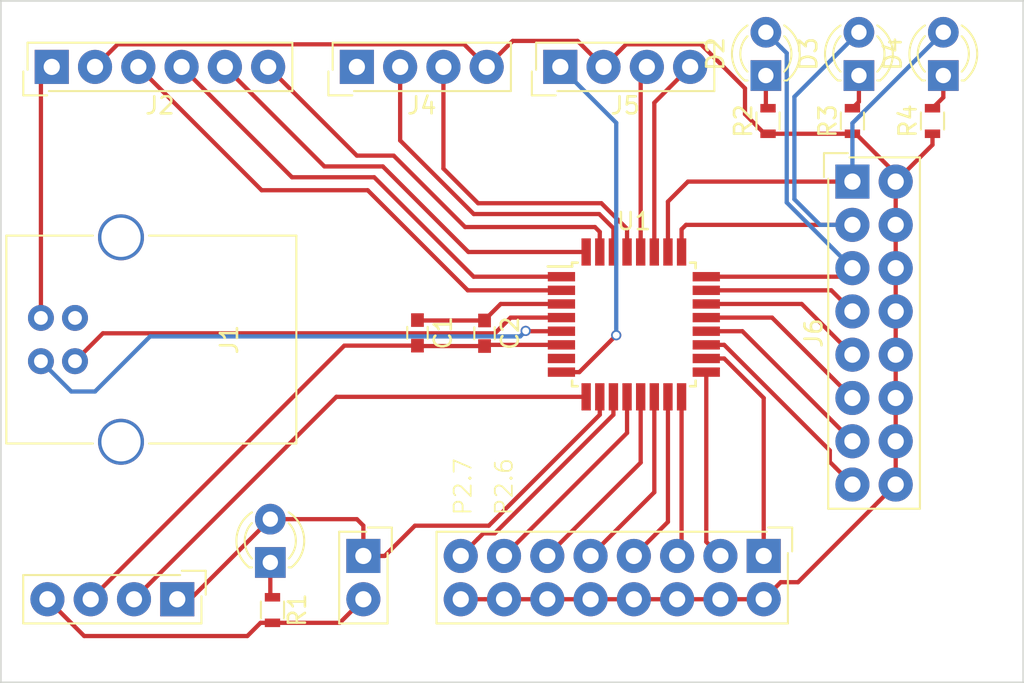
<source format=kicad_pcb>
(kicad_pcb (version 4) (host pcbnew 4.0.6)

  (general
    (links 75)
    (no_connects 19)
    (area 19.949999 19.949999 80.050001 60.050001)
    (thickness 1.6)
    (drawings 6)
    (tracks 167)
    (zones 0)
    (modules 19)
    (nets 36)
  )

  (page A4)
  (layers
    (0 F.Cu signal)
    (31 B.Cu signal)
    (32 B.Adhes user)
    (33 F.Adhes user)
    (34 B.Paste user)
    (35 F.Paste user)
    (36 B.SilkS user)
    (37 F.SilkS user)
    (38 B.Mask user)
    (39 F.Mask user)
    (40 Dwgs.User user)
    (41 Cmts.User user)
    (42 Eco1.User user)
    (43 Eco2.User user)
    (44 Edge.Cuts user)
    (45 Margin user)
    (46 B.CrtYd user)
    (47 F.CrtYd user)
    (48 B.Fab user)
    (49 F.Fab user)
  )

  (setup
    (last_trace_width 0.25)
    (trace_clearance 0.2)
    (zone_clearance 0.508)
    (zone_45_only no)
    (trace_min 0.2)
    (segment_width 0.2)
    (edge_width 0.1)
    (via_size 0.6)
    (via_drill 0.4)
    (via_min_size 0.4)
    (via_min_drill 0.3)
    (uvia_size 0.3)
    (uvia_drill 0.1)
    (uvias_allowed no)
    (uvia_min_size 0.2)
    (uvia_min_drill 0.1)
    (pcb_text_width 0.3)
    (pcb_text_size 1.5 1.5)
    (mod_edge_width 0.15)
    (mod_text_size 1 1)
    (mod_text_width 0.15)
    (pad_size 1.5 1.5)
    (pad_drill 0.6)
    (pad_to_mask_clearance 0)
    (aux_axis_origin 0 0)
    (visible_elements FFFFEF7F)
    (pcbplotparams
      (layerselection 0x00030_80000001)
      (usegerberextensions false)
      (excludeedgelayer true)
      (linewidth 0.100000)
      (plotframeref false)
      (viasonmask false)
      (mode 1)
      (useauxorigin false)
      (hpglpennumber 1)
      (hpglpenspeed 20)
      (hpglpendiameter 15)
      (hpglpenoverlay 2)
      (psnegative false)
      (psa4output false)
      (plotreference true)
      (plotvalue true)
      (plotinvisibletext false)
      (padsonsilk false)
      (subtractmaskfromsilk false)
      (outputformat 1)
      (mirror false)
      (drillshape 1)
      (scaleselection 1)
      (outputdirectory ""))
  )

  (net 0 "")
  (net 1 GND)
  (net 2 "Net-(C1-Pad2)")
  (net 3 "Net-(J1-Pad2)")
  (net 4 "Net-(J1-Pad1)")
  (net 5 "Net-(J1-Pad3)")
  (net 6 "Net-(J3-Pad2)")
  (net 7 "Net-(J4-Pad2)")
  (net 8 "Net-(J4-Pad3)")
  (net 9 "Net-(J5-Pad3)")
  (net 10 "Net-(J5-Pad4)")
  (net 11 "Net-(J6-Pad7)")
  (net 12 "Net-(J6-Pad9)")
  (net 13 "Net-(J6-Pad11)")
  (net 14 "Net-(J6-Pad13)")
  (net 15 "Net-(J6-Pad15)")
  (net 16 "Net-(J7-Pad1)")
  (net 17 "Net-(J7-Pad3)")
  (net 18 "Net-(J7-Pad5)")
  (net 19 "Net-(J7-Pad7)")
  (net 20 "Net-(J7-Pad9)")
  (net 21 "Net-(J7-Pad11)")
  (net 22 "Net-(J7-Pad13)")
  (net 23 "Net-(J7-Pad15)")
  (net 24 "Net-(J2-Pad4)")
  (net 25 "Net-(J2-Pad3)")
  (net 26 "Net-(J2-Pad6)")
  (net 27 "Net-(J2-Pad5)")
  (net 28 "Net-(D1-Pad1)")
  (net 29 "Net-(D1-Pad2)")
  (net 30 "Net-(D2-Pad1)")
  (net 31 "Net-(D2-Pad2)")
  (net 32 "Net-(D3-Pad1)")
  (net 33 "Net-(D3-Pad2)")
  (net 34 "Net-(D4-Pad1)")
  (net 35 "Net-(D4-Pad2)")

  (net_class Default 这是默认网络组.
    (clearance 0.2)
    (trace_width 0.25)
    (via_dia 0.6)
    (via_drill 0.4)
    (uvia_dia 0.3)
    (uvia_drill 0.1)
    (add_net GND)
    (add_net "Net-(C1-Pad2)")
    (add_net "Net-(D1-Pad1)")
    (add_net "Net-(D1-Pad2)")
    (add_net "Net-(D2-Pad1)")
    (add_net "Net-(D2-Pad2)")
    (add_net "Net-(D3-Pad1)")
    (add_net "Net-(D3-Pad2)")
    (add_net "Net-(D4-Pad1)")
    (add_net "Net-(D4-Pad2)")
    (add_net "Net-(J1-Pad1)")
    (add_net "Net-(J1-Pad2)")
    (add_net "Net-(J1-Pad3)")
    (add_net "Net-(J2-Pad3)")
    (add_net "Net-(J2-Pad4)")
    (add_net "Net-(J2-Pad5)")
    (add_net "Net-(J2-Pad6)")
    (add_net "Net-(J3-Pad2)")
    (add_net "Net-(J4-Pad2)")
    (add_net "Net-(J4-Pad3)")
    (add_net "Net-(J5-Pad3)")
    (add_net "Net-(J5-Pad4)")
    (add_net "Net-(J6-Pad11)")
    (add_net "Net-(J6-Pad13)")
    (add_net "Net-(J6-Pad15)")
    (add_net "Net-(J6-Pad7)")
    (add_net "Net-(J6-Pad9)")
    (add_net "Net-(J7-Pad1)")
    (add_net "Net-(J7-Pad11)")
    (add_net "Net-(J7-Pad13)")
    (add_net "Net-(J7-Pad15)")
    (add_net "Net-(J7-Pad3)")
    (add_net "Net-(J7-Pad5)")
    (add_net "Net-(J7-Pad7)")
    (add_net "Net-(J7-Pad9)")
  )

  (module Connectors_Samtec:SL-104-X-XX_1x04 (layer F.Cu) (tedit 591D2073) (tstamp 591D0B1C)
    (at 30.353 55.118 270)
    (descr "Low profile, screw machine socket strip, through hole, 100mil / 2.54mm pitch")
    (tags "samtec socket strip tht single")
    (path /591CF465)
    (fp_text reference J3 (at -2.27 3.81 360) (layer F.SilkS) hide
      (effects (font (size 1 1) (thickness 0.15)))
    )
    (fp_text value "C2 interface" (at 2.27 3.81 360) (layer F.Fab)
      (effects (font (size 1 1) (thickness 0.15)))
    )
    (fp_line (start -0.17 -1.42) (end 1.42 -1.42) (layer F.SilkS) (width 0.12))
    (fp_line (start 1.42 -1.42) (end 1.42 9.04) (layer F.SilkS) (width 0.12))
    (fp_line (start 1.42 9.04) (end -1.42 9.04) (layer F.SilkS) (width 0.12))
    (fp_line (start -1.42 9.04) (end -1.42 -0.17) (layer F.SilkS) (width 0.12))
    (fp_line (start -0.27 -1.67) (end -1.67 -1.67) (layer F.SilkS) (width 0.12))
    (fp_line (start -1.67 -1.67) (end -1.67 -0.27) (layer F.SilkS) (width 0.12))
    (fp_line (start -0.27 -1.67) (end -1.67 -1.67) (layer F.Fab) (width 0.1))
    (fp_line (start -1.67 -1.67) (end -1.67 -0.27) (layer F.Fab) (width 0.1))
    (fp_line (start -1.27 -1.27) (end -1.27 8.89) (layer F.Fab) (width 0.1))
    (fp_line (start -1.27 8.89) (end 1.27 8.89) (layer F.Fab) (width 0.1))
    (fp_line (start 1.27 8.89) (end 1.27 -1.27) (layer F.Fab) (width 0.1))
    (fp_line (start 1.27 -1.27) (end -1.27 -1.27) (layer F.Fab) (width 0.1))
    (fp_line (start -1.77 -1.77) (end -1.77 9.39) (layer F.CrtYd) (width 0.05))
    (fp_line (start -1.77 9.39) (end 1.77 9.39) (layer F.CrtYd) (width 0.05))
    (fp_line (start 1.77 9.39) (end 1.77 -1.77) (layer F.CrtYd) (width 0.05))
    (fp_line (start 1.77 -1.77) (end -1.77 -1.77) (layer F.CrtYd) (width 0.05))
    (fp_line (start -1.27 1.27) (end -1.07 1.27) (layer F.Fab) (width 0.1))
    (fp_line (start 1.27 1.27) (end 1.07 1.27) (layer F.Fab) (width 0.1))
    (fp_line (start -1.27 3.81) (end -1.07 3.81) (layer F.Fab) (width 0.1))
    (fp_line (start 1.27 3.81) (end 1.07 3.81) (layer F.Fab) (width 0.1))
    (fp_line (start -1.27 6.35) (end -1.07 6.35) (layer F.Fab) (width 0.1))
    (fp_line (start 1.27 6.35) (end 1.07 6.35) (layer F.Fab) (width 0.1))
    (fp_line (start -1.27 8.89) (end -1.07 8.89) (layer F.Fab) (width 0.1))
    (fp_line (start 1.27 8.89) (end 1.07 8.89) (layer F.Fab) (width 0.1))
    (fp_text user %R (at 0 3.81 360) (layer F.Fab)
      (effects (font (size 1 1) (thickness 0.15)))
    )
    (pad 1 thru_hole rect (at 0 0 270) (size 2 2) (drill 0.95) (layers *.Cu *.Mask)
      (net 29 "Net-(D1-Pad2)"))
    (pad 2 thru_hole circle (at 0 2.54 270) (size 2 2) (drill 0.95) (layers *.Cu *.Mask)
      (net 6 "Net-(J3-Pad2)"))
    (pad 3 thru_hole circle (at 0 5.08 270) (size 2 2) (drill 0.95) (layers *.Cu *.Mask)
      (net 2 "Net-(C1-Pad2)"))
    (pad 4 thru_hole circle (at 0 7.62 270) (size 2 2) (drill 0.95) (layers *.Cu *.Mask)
      (net 1 GND))
    (model ${KISYS3DMOD}/Connectors_Samtec.3dshapes/SL-104-X-XX_1x04.wrl
      (at (xyz 0 0 0))
      (scale (xyz 1 1 1))
      (rotate (xyz 0 0 0))
    )
  )

  (module Capacitors_SMD:C_0603 (layer F.Cu) (tedit 58AA844E) (tstamp 591D0AD6)
    (at 44.45 39.485 270)
    (descr "Capacitor SMD 0603, reflow soldering, AVX (see smccp.pdf)")
    (tags "capacitor 0603")
    (path /591CEA31)
    (attr smd)
    (fp_text reference C1 (at 0 -1.5 270) (layer F.SilkS)
      (effects (font (size 1 1) (thickness 0.15)))
    )
    (fp_text value 0.1uF (at 0 1.5 270) (layer F.Fab)
      (effects (font (size 1 1) (thickness 0.15)))
    )
    (fp_text user %R (at 0 -1.5 270) (layer F.Fab)
      (effects (font (size 1 1) (thickness 0.15)))
    )
    (fp_line (start -0.8 0.4) (end -0.8 -0.4) (layer F.Fab) (width 0.1))
    (fp_line (start 0.8 0.4) (end -0.8 0.4) (layer F.Fab) (width 0.1))
    (fp_line (start 0.8 -0.4) (end 0.8 0.4) (layer F.Fab) (width 0.1))
    (fp_line (start -0.8 -0.4) (end 0.8 -0.4) (layer F.Fab) (width 0.1))
    (fp_line (start -0.35 -0.6) (end 0.35 -0.6) (layer F.SilkS) (width 0.12))
    (fp_line (start 0.35 0.6) (end -0.35 0.6) (layer F.SilkS) (width 0.12))
    (fp_line (start -1.4 -0.65) (end 1.4 -0.65) (layer F.CrtYd) (width 0.05))
    (fp_line (start -1.4 -0.65) (end -1.4 0.65) (layer F.CrtYd) (width 0.05))
    (fp_line (start 1.4 0.65) (end 1.4 -0.65) (layer F.CrtYd) (width 0.05))
    (fp_line (start 1.4 0.65) (end -1.4 0.65) (layer F.CrtYd) (width 0.05))
    (pad 1 smd rect (at -0.75 0 270) (size 0.8 0.75) (layers F.Cu F.Paste F.Mask)
      (net 1 GND))
    (pad 2 smd rect (at 0.75 0 270) (size 0.8 0.75) (layers F.Cu F.Paste F.Mask)
      (net 2 "Net-(C1-Pad2)"))
    (model Capacitors_SMD.3dshapes/C_0603.wrl
      (at (xyz 0 0 0))
      (scale (xyz 1 1 1))
      (rotate (xyz 0 0 0))
    )
  )

  (module Capacitors_SMD:C_0603 (layer F.Cu) (tedit 58AA844E) (tstamp 591D0AE7)
    (at 48.387 39.509 270)
    (descr "Capacitor SMD 0603, reflow soldering, AVX (see smccp.pdf)")
    (tags "capacitor 0603")
    (path /591CEAE7)
    (attr smd)
    (fp_text reference C2 (at 0 -1.5 270) (layer F.SilkS)
      (effects (font (size 1 1) (thickness 0.15)))
    )
    (fp_text value 4.7uF (at 0 1.5 270) (layer F.Fab)
      (effects (font (size 1 1) (thickness 0.15)))
    )
    (fp_text user %R (at 0 -1.5 270) (layer F.Fab)
      (effects (font (size 1 1) (thickness 0.15)))
    )
    (fp_line (start -0.8 0.4) (end -0.8 -0.4) (layer F.Fab) (width 0.1))
    (fp_line (start 0.8 0.4) (end -0.8 0.4) (layer F.Fab) (width 0.1))
    (fp_line (start 0.8 -0.4) (end 0.8 0.4) (layer F.Fab) (width 0.1))
    (fp_line (start -0.8 -0.4) (end 0.8 -0.4) (layer F.Fab) (width 0.1))
    (fp_line (start -0.35 -0.6) (end 0.35 -0.6) (layer F.SilkS) (width 0.12))
    (fp_line (start 0.35 0.6) (end -0.35 0.6) (layer F.SilkS) (width 0.12))
    (fp_line (start -1.4 -0.65) (end 1.4 -0.65) (layer F.CrtYd) (width 0.05))
    (fp_line (start -1.4 -0.65) (end -1.4 0.65) (layer F.CrtYd) (width 0.05))
    (fp_line (start 1.4 0.65) (end 1.4 -0.65) (layer F.CrtYd) (width 0.05))
    (fp_line (start 1.4 0.65) (end -1.4 0.65) (layer F.CrtYd) (width 0.05))
    (pad 1 smd rect (at -0.75 0 270) (size 0.8 0.75) (layers F.Cu F.Paste F.Mask)
      (net 1 GND))
    (pad 2 smd rect (at 0.75 0 270) (size 0.8 0.75) (layers F.Cu F.Paste F.Mask)
      (net 2 "Net-(C1-Pad2)"))
    (model Capacitors_SMD.3dshapes/C_0603.wrl
      (at (xyz 0 0 0))
      (scale (xyz 1 1 1))
      (rotate (xyz 0 0 0))
    )
  )

  (module Connectors:USB_B (layer F.Cu) (tedit 55B36073) (tstamp 591D0AFB)
    (at 22.352 38.608)
    (descr "USB B connector")
    (tags "USB_B USB_DEV")
    (path /591CDD18)
    (fp_text reference J1 (at 11.05 1.27 90) (layer F.SilkS)
      (effects (font (size 1 1) (thickness 0.15)))
    )
    (fp_text value USB_B (at 4.7 1.27 90) (layer F.Fab)
      (effects (font (size 1 1) (thickness 0.15)))
    )
    (fp_line (start 15.25 8.9) (end -2.3 8.9) (layer F.CrtYd) (width 0.05))
    (fp_line (start -2.3 8.9) (end -2.3 -6.35) (layer F.CrtYd) (width 0.05))
    (fp_line (start -2.3 -6.35) (end 15.25 -6.35) (layer F.CrtYd) (width 0.05))
    (fp_line (start 15.25 -6.35) (end 15.25 8.9) (layer F.CrtYd) (width 0.05))
    (fp_line (start 6.35 7.37) (end 14.99 7.37) (layer F.SilkS) (width 0.12))
    (fp_line (start -2.03 7.37) (end 3.05 7.37) (layer F.SilkS) (width 0.12))
    (fp_line (start 6.35 -4.83) (end 14.99 -4.83) (layer F.SilkS) (width 0.12))
    (fp_line (start -2.03 -4.83) (end 3.05 -4.83) (layer F.SilkS) (width 0.12))
    (fp_line (start 14.99 -4.83) (end 14.99 7.37) (layer F.SilkS) (width 0.12))
    (fp_line (start -2.03 7.37) (end -2.03 -4.83) (layer F.SilkS) (width 0.12))
    (pad 2 thru_hole circle (at 0 2.54 270) (size 1.52 1.52) (drill 0.81) (layers *.Cu *.Mask)
      (net 3 "Net-(J1-Pad2)"))
    (pad 1 thru_hole circle (at 0 0 270) (size 1.52 1.52) (drill 0.81) (layers *.Cu *.Mask)
      (net 4 "Net-(J1-Pad1)"))
    (pad 4 thru_hole circle (at 2 0 270) (size 1.52 1.52) (drill 0.81) (layers *.Cu *.Mask)
      (net 1 GND))
    (pad 3 thru_hole circle (at 2 2.54 270) (size 1.52 1.52) (drill 0.81) (layers *.Cu *.Mask)
      (net 5 "Net-(J1-Pad3)"))
    (pad 5 thru_hole circle (at 4.7 7.27 270) (size 2.7 2.7) (drill 2.3) (layers *.Cu *.Mask)
      (net 1 GND))
    (pad 5 thru_hole circle (at 4.7 -4.73 270) (size 2.7 2.7) (drill 2.3) (layers *.Cu *.Mask)
      (net 1 GND))
    (model Connectors.3dshapes/USB_B.wrl
      (at (xyz 0.18 -0.05 0))
      (scale (xyz 0.39 0.39 0.39))
      (rotate (xyz 0 0 -90))
    )
  )

  (module Connectors_Samtec:SL-104-X-XX_1x04 (layer F.Cu) (tedit 590274D5) (tstamp 591D0B3D)
    (at 40.894 23.876 90)
    (descr "Low profile, screw machine socket strip, through hole, 100mil / 2.54mm pitch")
    (tags "samtec socket strip tht single")
    (path /591CDE3F)
    (fp_text reference J4 (at -2.27 3.81 180) (layer F.SilkS)
      (effects (font (size 1 1) (thickness 0.15)))
    )
    (fp_text value UART (at 2.27 3.81 180) (layer F.Fab)
      (effects (font (size 1 1) (thickness 0.15)))
    )
    (fp_line (start -0.17 -1.42) (end 1.42 -1.42) (layer F.SilkS) (width 0.12))
    (fp_line (start 1.42 -1.42) (end 1.42 9.04) (layer F.SilkS) (width 0.12))
    (fp_line (start 1.42 9.04) (end -1.42 9.04) (layer F.SilkS) (width 0.12))
    (fp_line (start -1.42 9.04) (end -1.42 -0.17) (layer F.SilkS) (width 0.12))
    (fp_line (start -0.27 -1.67) (end -1.67 -1.67) (layer F.SilkS) (width 0.12))
    (fp_line (start -1.67 -1.67) (end -1.67 -0.27) (layer F.SilkS) (width 0.12))
    (fp_line (start -0.27 -1.67) (end -1.67 -1.67) (layer F.Fab) (width 0.1))
    (fp_line (start -1.67 -1.67) (end -1.67 -0.27) (layer F.Fab) (width 0.1))
    (fp_line (start -1.27 -1.27) (end -1.27 8.89) (layer F.Fab) (width 0.1))
    (fp_line (start -1.27 8.89) (end 1.27 8.89) (layer F.Fab) (width 0.1))
    (fp_line (start 1.27 8.89) (end 1.27 -1.27) (layer F.Fab) (width 0.1))
    (fp_line (start 1.27 -1.27) (end -1.27 -1.27) (layer F.Fab) (width 0.1))
    (fp_line (start -1.77 -1.77) (end -1.77 9.39) (layer F.CrtYd) (width 0.05))
    (fp_line (start -1.77 9.39) (end 1.77 9.39) (layer F.CrtYd) (width 0.05))
    (fp_line (start 1.77 9.39) (end 1.77 -1.77) (layer F.CrtYd) (width 0.05))
    (fp_line (start 1.77 -1.77) (end -1.77 -1.77) (layer F.CrtYd) (width 0.05))
    (fp_line (start -1.27 1.27) (end -1.07 1.27) (layer F.Fab) (width 0.1))
    (fp_line (start 1.27 1.27) (end 1.07 1.27) (layer F.Fab) (width 0.1))
    (fp_line (start -1.27 3.81) (end -1.07 3.81) (layer F.Fab) (width 0.1))
    (fp_line (start 1.27 3.81) (end 1.07 3.81) (layer F.Fab) (width 0.1))
    (fp_line (start -1.27 6.35) (end -1.07 6.35) (layer F.Fab) (width 0.1))
    (fp_line (start 1.27 6.35) (end 1.07 6.35) (layer F.Fab) (width 0.1))
    (fp_line (start -1.27 8.89) (end -1.07 8.89) (layer F.Fab) (width 0.1))
    (fp_line (start 1.27 8.89) (end 1.07 8.89) (layer F.Fab) (width 0.1))
    (fp_text user %R (at 0 3.81 180) (layer F.Fab)
      (effects (font (size 1 1) (thickness 0.15)))
    )
    (pad 1 thru_hole rect (at 0 0 90) (size 2 2) (drill 0.95) (layers *.Cu *.Mask)
      (net 4 "Net-(J1-Pad1)"))
    (pad 2 thru_hole circle (at 0 2.54 90) (size 2 2) (drill 0.95) (layers *.Cu *.Mask)
      (net 7 "Net-(J4-Pad2)"))
    (pad 3 thru_hole circle (at 0 5.08 90) (size 2 2) (drill 0.95) (layers *.Cu *.Mask)
      (net 8 "Net-(J4-Pad3)"))
    (pad 4 thru_hole circle (at 0 7.62 90) (size 2 2) (drill 0.95) (layers *.Cu *.Mask)
      (net 1 GND))
    (model ${KISYS3DMOD}/Connectors_Samtec.3dshapes/SL-104-X-XX_1x04.wrl
      (at (xyz 0 0 0))
      (scale (xyz 1 1 1))
      (rotate (xyz 0 0 0))
    )
  )

  (module Connectors_Samtec:SL-104-X-XX_1x04 (layer F.Cu) (tedit 590274D5) (tstamp 591D0B5E)
    (at 52.832 23.876 90)
    (descr "Low profile, screw machine socket strip, through hole, 100mil / 2.54mm pitch")
    (tags "samtec socket strip tht single")
    (path /591CDF22)
    (fp_text reference J5 (at -2.27 3.81 180) (layer F.SilkS)
      (effects (font (size 1 1) (thickness 0.15)))
    )
    (fp_text value TWI (at 2.27 3.81 180) (layer F.Fab)
      (effects (font (size 1 1) (thickness 0.15)))
    )
    (fp_line (start -0.17 -1.42) (end 1.42 -1.42) (layer F.SilkS) (width 0.12))
    (fp_line (start 1.42 -1.42) (end 1.42 9.04) (layer F.SilkS) (width 0.12))
    (fp_line (start 1.42 9.04) (end -1.42 9.04) (layer F.SilkS) (width 0.12))
    (fp_line (start -1.42 9.04) (end -1.42 -0.17) (layer F.SilkS) (width 0.12))
    (fp_line (start -0.27 -1.67) (end -1.67 -1.67) (layer F.SilkS) (width 0.12))
    (fp_line (start -1.67 -1.67) (end -1.67 -0.27) (layer F.SilkS) (width 0.12))
    (fp_line (start -0.27 -1.67) (end -1.67 -1.67) (layer F.Fab) (width 0.1))
    (fp_line (start -1.67 -1.67) (end -1.67 -0.27) (layer F.Fab) (width 0.1))
    (fp_line (start -1.27 -1.27) (end -1.27 8.89) (layer F.Fab) (width 0.1))
    (fp_line (start -1.27 8.89) (end 1.27 8.89) (layer F.Fab) (width 0.1))
    (fp_line (start 1.27 8.89) (end 1.27 -1.27) (layer F.Fab) (width 0.1))
    (fp_line (start 1.27 -1.27) (end -1.27 -1.27) (layer F.Fab) (width 0.1))
    (fp_line (start -1.77 -1.77) (end -1.77 9.39) (layer F.CrtYd) (width 0.05))
    (fp_line (start -1.77 9.39) (end 1.77 9.39) (layer F.CrtYd) (width 0.05))
    (fp_line (start 1.77 9.39) (end 1.77 -1.77) (layer F.CrtYd) (width 0.05))
    (fp_line (start 1.77 -1.77) (end -1.77 -1.77) (layer F.CrtYd) (width 0.05))
    (fp_line (start -1.27 1.27) (end -1.07 1.27) (layer F.Fab) (width 0.1))
    (fp_line (start 1.27 1.27) (end 1.07 1.27) (layer F.Fab) (width 0.1))
    (fp_line (start -1.27 3.81) (end -1.07 3.81) (layer F.Fab) (width 0.1))
    (fp_line (start 1.27 3.81) (end 1.07 3.81) (layer F.Fab) (width 0.1))
    (fp_line (start -1.27 6.35) (end -1.07 6.35) (layer F.Fab) (width 0.1))
    (fp_line (start 1.27 6.35) (end 1.07 6.35) (layer F.Fab) (width 0.1))
    (fp_line (start -1.27 8.89) (end -1.07 8.89) (layer F.Fab) (width 0.1))
    (fp_line (start 1.27 8.89) (end 1.07 8.89) (layer F.Fab) (width 0.1))
    (fp_text user %R (at 0 3.81 180) (layer F.Fab)
      (effects (font (size 1 1) (thickness 0.15)))
    )
    (pad 1 thru_hole rect (at 0 0 90) (size 2 2) (drill 0.95) (layers *.Cu *.Mask)
      (net 4 "Net-(J1-Pad1)"))
    (pad 2 thru_hole circle (at 0 2.54 90) (size 2 2) (drill 0.95) (layers *.Cu *.Mask)
      (net 1 GND))
    (pad 3 thru_hole circle (at 0 5.08 90) (size 2 2) (drill 0.95) (layers *.Cu *.Mask)
      (net 9 "Net-(J5-Pad3)"))
    (pad 4 thru_hole circle (at 0 7.62 90) (size 2 2) (drill 0.95) (layers *.Cu *.Mask)
      (net 10 "Net-(J5-Pad4)"))
    (model ${KISYS3DMOD}/Connectors_Samtec.3dshapes/SL-104-X-XX_1x04.wrl
      (at (xyz 0 0 0))
      (scale (xyz 1 1 1))
      (rotate (xyz 0 0 0))
    )
  )

  (module Connectors_Samtec:SDL-116-X-XX_2x08 (layer F.Cu) (tedit 590274CA) (tstamp 591D0B93)
    (at 69.977 30.607)
    (descr "Double row, low profile, screw machine socket strip, through hole, 100mil / 2.54mm pitch")
    (tags "samtec socket strip tht dual")
    (path /591D2CEC)
    (fp_text reference J6 (at -2.27 8.89 90) (layer F.SilkS)
      (effects (font (size 1 1) (thickness 0.15)))
    )
    (fp_text value GPIO1 (at 4.81 8.89 90) (layer F.Fab)
      (effects (font (size 1 1) (thickness 0.15)))
    )
    (fp_line (start -0.17 -1.42) (end 3.96 -1.42) (layer F.SilkS) (width 0.12))
    (fp_line (start 3.96 -1.42) (end 3.96 19.2) (layer F.SilkS) (width 0.12))
    (fp_line (start 3.96 19.2) (end -1.42 19.2) (layer F.SilkS) (width 0.12))
    (fp_line (start -1.42 19.2) (end -1.42 -0.17) (layer F.SilkS) (width 0.12))
    (fp_line (start -0.27 -1.67) (end -1.67 -1.67) (layer F.SilkS) (width 0.12))
    (fp_line (start -1.67 -1.67) (end -1.67 -0.27) (layer F.SilkS) (width 0.12))
    (fp_line (start -0.27 -1.67) (end -1.67 -1.67) (layer F.Fab) (width 0.1))
    (fp_line (start -1.67 -1.67) (end -1.67 -0.27) (layer F.Fab) (width 0.1))
    (fp_line (start -1.27 -1.27) (end -1.27 19.05) (layer F.Fab) (width 0.1))
    (fp_line (start -1.27 19.05) (end 3.81 19.05) (layer F.Fab) (width 0.1))
    (fp_line (start 3.81 19.05) (end 3.81 -1.27) (layer F.Fab) (width 0.1))
    (fp_line (start 3.81 -1.27) (end -1.27 -1.27) (layer F.Fab) (width 0.1))
    (fp_line (start -1.77 -1.77) (end -1.77 19.55) (layer F.CrtYd) (width 0.05))
    (fp_line (start -1.77 19.55) (end 4.31 19.55) (layer F.CrtYd) (width 0.05))
    (fp_line (start 4.31 19.55) (end 4.31 -1.77) (layer F.CrtYd) (width 0.05))
    (fp_line (start 4.31 -1.77) (end -1.77 -1.77) (layer F.CrtYd) (width 0.05))
    (fp_line (start -1.27 1.27) (end -1.07 1.27) (layer F.Fab) (width 0.1))
    (fp_line (start 3.81 1.27) (end 3.61 1.27) (layer F.Fab) (width 0.1))
    (fp_line (start -1.27 3.81) (end -1.07 3.81) (layer F.Fab) (width 0.1))
    (fp_line (start 3.81 3.81) (end 3.61 3.81) (layer F.Fab) (width 0.1))
    (fp_line (start -1.27 6.35) (end -1.07 6.35) (layer F.Fab) (width 0.1))
    (fp_line (start 3.81 6.35) (end 3.61 6.35) (layer F.Fab) (width 0.1))
    (fp_line (start -1.27 8.89) (end -1.07 8.89) (layer F.Fab) (width 0.1))
    (fp_line (start 3.81 8.89) (end 3.61 8.89) (layer F.Fab) (width 0.1))
    (fp_line (start -1.27 11.43) (end -1.07 11.43) (layer F.Fab) (width 0.1))
    (fp_line (start 3.81 11.43) (end 3.61 11.43) (layer F.Fab) (width 0.1))
    (fp_line (start -1.27 13.97) (end -1.07 13.97) (layer F.Fab) (width 0.1))
    (fp_line (start 3.81 13.97) (end 3.61 13.97) (layer F.Fab) (width 0.1))
    (fp_line (start -1.27 16.51) (end -1.07 16.51) (layer F.Fab) (width 0.1))
    (fp_line (start 3.81 16.51) (end 3.61 16.51) (layer F.Fab) (width 0.1))
    (fp_line (start -1.27 19.05) (end -1.07 19.05) (layer F.Fab) (width 0.1))
    (fp_line (start 3.81 19.05) (end 3.61 19.05) (layer F.Fab) (width 0.1))
    (fp_text user %R (at 1.27 8.89 90) (layer F.Fab)
      (effects (font (size 1 1) (thickness 0.15)))
    )
    (pad 1 thru_hole rect (at 0 0) (size 2 2) (drill 0.95) (layers *.Cu *.Mask)
      (net 35 "Net-(D4-Pad2)"))
    (pad 3 thru_hole circle (at 0 2.54) (size 2 2) (drill 0.95) (layers *.Cu *.Mask)
      (net 33 "Net-(D3-Pad2)"))
    (pad 5 thru_hole circle (at 0 5.08) (size 2 2) (drill 0.95) (layers *.Cu *.Mask)
      (net 31 "Net-(D2-Pad2)"))
    (pad 7 thru_hole circle (at 0 7.62) (size 2 2) (drill 0.95) (layers *.Cu *.Mask)
      (net 11 "Net-(J6-Pad7)"))
    (pad 9 thru_hole circle (at 0 10.16) (size 2 2) (drill 0.95) (layers *.Cu *.Mask)
      (net 12 "Net-(J6-Pad9)"))
    (pad 11 thru_hole circle (at 0 12.7) (size 2 2) (drill 0.95) (layers *.Cu *.Mask)
      (net 13 "Net-(J6-Pad11)"))
    (pad 13 thru_hole circle (at 0 15.24) (size 2 2) (drill 0.95) (layers *.Cu *.Mask)
      (net 14 "Net-(J6-Pad13)"))
    (pad 15 thru_hole circle (at 0 17.78) (size 2 2) (drill 0.95) (layers *.Cu *.Mask)
      (net 15 "Net-(J6-Pad15)"))
    (pad 2 thru_hole circle (at 2.54 0) (size 2 2) (drill 0.95) (layers *.Cu *.Mask)
      (net 1 GND))
    (pad 4 thru_hole circle (at 2.54 2.54) (size 2 2) (drill 0.95) (layers *.Cu *.Mask)
      (net 1 GND))
    (pad 6 thru_hole circle (at 2.54 5.08) (size 2 2) (drill 0.95) (layers *.Cu *.Mask)
      (net 1 GND))
    (pad 8 thru_hole circle (at 2.54 7.62) (size 2 2) (drill 0.95) (layers *.Cu *.Mask)
      (net 1 GND))
    (pad 10 thru_hole circle (at 2.54 10.16) (size 2 2) (drill 0.95) (layers *.Cu *.Mask)
      (net 1 GND))
    (pad 12 thru_hole circle (at 2.54 12.7) (size 2 2) (drill 0.95) (layers *.Cu *.Mask)
      (net 1 GND))
    (pad 14 thru_hole circle (at 2.54 15.24) (size 2 2) (drill 0.95) (layers *.Cu *.Mask)
      (net 1 GND))
    (pad 16 thru_hole circle (at 2.54 17.78) (size 2 2) (drill 0.95) (layers *.Cu *.Mask)
      (net 1 GND))
    (model ${KISYS3DMOD}/Connectors_Samtec.3dshapes/SDL-116-X-XX_2x08.wrl
      (at (xyz 0 0 0))
      (scale (xyz 1 1 1))
      (rotate (xyz 0 0 0))
    )
  )

  (module Connectors_Samtec:SDL-116-X-XX_2x08 (layer F.Cu) (tedit 591D205E) (tstamp 591D0BC8)
    (at 64.77 52.578 270)
    (descr "Double row, low profile, screw machine socket strip, through hole, 100mil / 2.54mm pitch")
    (tags "samtec socket strip tht dual")
    (path /591D2E0E)
    (fp_text reference J7 (at -2.27 8.89 360) (layer F.SilkS) hide
      (effects (font (size 1 1) (thickness 0.15)))
    )
    (fp_text value GPIO2 (at 4.81 8.89 360) (layer F.Fab)
      (effects (font (size 1 1) (thickness 0.15)))
    )
    (fp_line (start -0.17 -1.42) (end 3.96 -1.42) (layer F.SilkS) (width 0.12))
    (fp_line (start 3.96 -1.42) (end 3.96 19.2) (layer F.SilkS) (width 0.12))
    (fp_line (start 3.96 19.2) (end -1.42 19.2) (layer F.SilkS) (width 0.12))
    (fp_line (start -1.42 19.2) (end -1.42 -0.17) (layer F.SilkS) (width 0.12))
    (fp_line (start -0.27 -1.67) (end -1.67 -1.67) (layer F.SilkS) (width 0.12))
    (fp_line (start -1.67 -1.67) (end -1.67 -0.27) (layer F.SilkS) (width 0.12))
    (fp_line (start -0.27 -1.67) (end -1.67 -1.67) (layer F.Fab) (width 0.1))
    (fp_line (start -1.67 -1.67) (end -1.67 -0.27) (layer F.Fab) (width 0.1))
    (fp_line (start -1.27 -1.27) (end -1.27 19.05) (layer F.Fab) (width 0.1))
    (fp_line (start -1.27 19.05) (end 3.81 19.05) (layer F.Fab) (width 0.1))
    (fp_line (start 3.81 19.05) (end 3.81 -1.27) (layer F.Fab) (width 0.1))
    (fp_line (start 3.81 -1.27) (end -1.27 -1.27) (layer F.Fab) (width 0.1))
    (fp_line (start -1.77 -1.77) (end -1.77 19.55) (layer F.CrtYd) (width 0.05))
    (fp_line (start -1.77 19.55) (end 4.31 19.55) (layer F.CrtYd) (width 0.05))
    (fp_line (start 4.31 19.55) (end 4.31 -1.77) (layer F.CrtYd) (width 0.05))
    (fp_line (start 4.31 -1.77) (end -1.77 -1.77) (layer F.CrtYd) (width 0.05))
    (fp_line (start -1.27 1.27) (end -1.07 1.27) (layer F.Fab) (width 0.1))
    (fp_line (start 3.81 1.27) (end 3.61 1.27) (layer F.Fab) (width 0.1))
    (fp_line (start -1.27 3.81) (end -1.07 3.81) (layer F.Fab) (width 0.1))
    (fp_line (start 3.81 3.81) (end 3.61 3.81) (layer F.Fab) (width 0.1))
    (fp_line (start -1.27 6.35) (end -1.07 6.35) (layer F.Fab) (width 0.1))
    (fp_line (start 3.81 6.35) (end 3.61 6.35) (layer F.Fab) (width 0.1))
    (fp_line (start -1.27 8.89) (end -1.07 8.89) (layer F.Fab) (width 0.1))
    (fp_line (start 3.81 8.89) (end 3.61 8.89) (layer F.Fab) (width 0.1))
    (fp_line (start -1.27 11.43) (end -1.07 11.43) (layer F.Fab) (width 0.1))
    (fp_line (start 3.81 11.43) (end 3.61 11.43) (layer F.Fab) (width 0.1))
    (fp_line (start -1.27 13.97) (end -1.07 13.97) (layer F.Fab) (width 0.1))
    (fp_line (start 3.81 13.97) (end 3.61 13.97) (layer F.Fab) (width 0.1))
    (fp_line (start -1.27 16.51) (end -1.07 16.51) (layer F.Fab) (width 0.1))
    (fp_line (start 3.81 16.51) (end 3.61 16.51) (layer F.Fab) (width 0.1))
    (fp_line (start -1.27 19.05) (end -1.07 19.05) (layer F.Fab) (width 0.1))
    (fp_line (start 3.81 19.05) (end 3.61 19.05) (layer F.Fab) (width 0.1))
    (fp_text user %R (at 1.27 8.89 360) (layer F.Fab)
      (effects (font (size 1 1) (thickness 0.15)))
    )
    (pad 1 thru_hole rect (at 0 0 270) (size 2 2) (drill 0.95) (layers *.Cu *.Mask)
      (net 16 "Net-(J7-Pad1)"))
    (pad 3 thru_hole circle (at 0 2.54 270) (size 2 2) (drill 0.95) (layers *.Cu *.Mask)
      (net 17 "Net-(J7-Pad3)"))
    (pad 5 thru_hole circle (at 0 5.08 270) (size 2 2) (drill 0.95) (layers *.Cu *.Mask)
      (net 18 "Net-(J7-Pad5)"))
    (pad 7 thru_hole circle (at 0 7.62 270) (size 2 2) (drill 0.95) (layers *.Cu *.Mask)
      (net 19 "Net-(J7-Pad7)"))
    (pad 9 thru_hole circle (at 0 10.16 270) (size 2 2) (drill 0.95) (layers *.Cu *.Mask)
      (net 20 "Net-(J7-Pad9)"))
    (pad 11 thru_hole circle (at 0 12.7 270) (size 2 2) (drill 0.95) (layers *.Cu *.Mask)
      (net 21 "Net-(J7-Pad11)"))
    (pad 13 thru_hole circle (at 0 15.24 270) (size 2 2) (drill 0.95) (layers *.Cu *.Mask)
      (net 22 "Net-(J7-Pad13)"))
    (pad 15 thru_hole circle (at 0 17.78 270) (size 2 2) (drill 0.95) (layers *.Cu *.Mask)
      (net 23 "Net-(J7-Pad15)"))
    (pad 2 thru_hole circle (at 2.54 0 270) (size 2 2) (drill 0.95) (layers *.Cu *.Mask)
      (net 1 GND))
    (pad 4 thru_hole circle (at 2.54 2.54 270) (size 2 2) (drill 0.95) (layers *.Cu *.Mask)
      (net 1 GND))
    (pad 6 thru_hole circle (at 2.54 5.08 270) (size 2 2) (drill 0.95) (layers *.Cu *.Mask)
      (net 1 GND))
    (pad 8 thru_hole circle (at 2.54 7.62 270) (size 2 2) (drill 0.95) (layers *.Cu *.Mask)
      (net 1 GND))
    (pad 10 thru_hole circle (at 2.54 10.16 270) (size 2 2) (drill 0.95) (layers *.Cu *.Mask)
      (net 1 GND))
    (pad 12 thru_hole circle (at 2.54 12.7 270) (size 2 2) (drill 0.95) (layers *.Cu *.Mask)
      (net 1 GND))
    (pad 14 thru_hole circle (at 2.54 15.24 270) (size 2 2) (drill 0.95) (layers *.Cu *.Mask)
      (net 1 GND))
    (pad 16 thru_hole circle (at 2.54 17.78 270) (size 2 2) (drill 0.95) (layers *.Cu *.Mask)
      (net 1 GND))
    (model ${KISYS3DMOD}/Connectors_Samtec.3dshapes/SDL-116-X-XX_2x08.wrl
      (at (xyz 0 0 0))
      (scale (xyz 1 1 1))
      (rotate (xyz 0 0 0))
    )
  )

  (module Housings_QFP:TQFP-32_7x7mm_Pitch0.8mm (layer F.Cu) (tedit 58CC9A48) (tstamp 591D0BFF)
    (at 57.15 38.989)
    (descr "32-Lead Plastic Thin Quad Flatpack (PT) - 7x7x1.0 mm Body, 2.00 mm [TQFP] (see Microchip Packaging Specification 00000049BS.pdf)")
    (tags "QFP 0.8")
    (path /591CDCD9)
    (attr smd)
    (fp_text reference U1 (at 0 -6.05) (layer F.SilkS)
      (effects (font (size 1 1) (thickness 0.15)))
    )
    (fp_text value C8051F320 (at 0 6.05) (layer F.Fab)
      (effects (font (size 1 1) (thickness 0.15)))
    )
    (fp_text user %R (at 0 0) (layer F.Fab)
      (effects (font (size 1 1) (thickness 0.15)))
    )
    (fp_line (start -2.5 -3.5) (end 3.5 -3.5) (layer F.Fab) (width 0.15))
    (fp_line (start 3.5 -3.5) (end 3.5 3.5) (layer F.Fab) (width 0.15))
    (fp_line (start 3.5 3.5) (end -3.5 3.5) (layer F.Fab) (width 0.15))
    (fp_line (start -3.5 3.5) (end -3.5 -2.5) (layer F.Fab) (width 0.15))
    (fp_line (start -3.5 -2.5) (end -2.5 -3.5) (layer F.Fab) (width 0.15))
    (fp_line (start -5.3 -5.3) (end -5.3 5.3) (layer F.CrtYd) (width 0.05))
    (fp_line (start 5.3 -5.3) (end 5.3 5.3) (layer F.CrtYd) (width 0.05))
    (fp_line (start -5.3 -5.3) (end 5.3 -5.3) (layer F.CrtYd) (width 0.05))
    (fp_line (start -5.3 5.3) (end 5.3 5.3) (layer F.CrtYd) (width 0.05))
    (fp_line (start -3.625 -3.625) (end -3.625 -3.4) (layer F.SilkS) (width 0.15))
    (fp_line (start 3.625 -3.625) (end 3.625 -3.3) (layer F.SilkS) (width 0.15))
    (fp_line (start 3.625 3.625) (end 3.625 3.3) (layer F.SilkS) (width 0.15))
    (fp_line (start -3.625 3.625) (end -3.625 3.3) (layer F.SilkS) (width 0.15))
    (fp_line (start -3.625 -3.625) (end -3.3 -3.625) (layer F.SilkS) (width 0.15))
    (fp_line (start -3.625 3.625) (end -3.3 3.625) (layer F.SilkS) (width 0.15))
    (fp_line (start 3.625 3.625) (end 3.3 3.625) (layer F.SilkS) (width 0.15))
    (fp_line (start 3.625 -3.625) (end 3.3 -3.625) (layer F.SilkS) (width 0.15))
    (fp_line (start -3.625 -3.4) (end -5.05 -3.4) (layer F.SilkS) (width 0.15))
    (pad 1 smd rect (at -4.25 -2.8) (size 1.6 0.55) (layers F.Cu F.Paste F.Mask)
      (net 24 "Net-(J2-Pad4)"))
    (pad 2 smd rect (at -4.25 -2) (size 1.6 0.55) (layers F.Cu F.Paste F.Mask)
      (net 25 "Net-(J2-Pad3)"))
    (pad 3 smd rect (at -4.25 -1.2) (size 1.6 0.55) (layers F.Cu F.Paste F.Mask)
      (net 1 GND))
    (pad 4 smd rect (at -4.25 -0.4) (size 1.6 0.55) (layers F.Cu F.Paste F.Mask)
      (net 5 "Net-(J1-Pad3)"))
    (pad 5 smd rect (at -4.25 0.4) (size 1.6 0.55) (layers F.Cu F.Paste F.Mask)
      (net 3 "Net-(J1-Pad2)"))
    (pad 6 smd rect (at -4.25 1.2) (size 1.6 0.55) (layers F.Cu F.Paste F.Mask)
      (net 2 "Net-(C1-Pad2)"))
    (pad 7 smd rect (at -4.25 2) (size 1.6 0.55) (layers F.Cu F.Paste F.Mask)
      (net 2 "Net-(C1-Pad2)"))
    (pad 8 smd rect (at -4.25 2.8) (size 1.6 0.55) (layers F.Cu F.Paste F.Mask)
      (net 4 "Net-(J1-Pad1)"))
    (pad 9 smd rect (at -2.8 4.25 90) (size 1.6 0.55) (layers F.Cu F.Paste F.Mask)
      (net 6 "Net-(J3-Pad2)"))
    (pad 10 smd rect (at -2 4.25 90) (size 1.6 0.55) (layers F.Cu F.Paste F.Mask)
      (net 29 "Net-(D1-Pad2)"))
    (pad 11 smd rect (at -1.2 4.25 90) (size 1.6 0.55) (layers F.Cu F.Paste F.Mask)
      (net 23 "Net-(J7-Pad15)"))
    (pad 12 smd rect (at -0.4 4.25 90) (size 1.6 0.55) (layers F.Cu F.Paste F.Mask)
      (net 22 "Net-(J7-Pad13)"))
    (pad 13 smd rect (at 0.4 4.25 90) (size 1.6 0.55) (layers F.Cu F.Paste F.Mask)
      (net 21 "Net-(J7-Pad11)"))
    (pad 14 smd rect (at 1.2 4.25 90) (size 1.6 0.55) (layers F.Cu F.Paste F.Mask)
      (net 20 "Net-(J7-Pad9)"))
    (pad 15 smd rect (at 2 4.25 90) (size 1.6 0.55) (layers F.Cu F.Paste F.Mask)
      (net 19 "Net-(J7-Pad7)"))
    (pad 16 smd rect (at 2.8 4.25 90) (size 1.6 0.55) (layers F.Cu F.Paste F.Mask)
      (net 18 "Net-(J7-Pad5)"))
    (pad 17 smd rect (at 4.25 2.8) (size 1.6 0.55) (layers F.Cu F.Paste F.Mask)
      (net 17 "Net-(J7-Pad3)"))
    (pad 18 smd rect (at 4.25 2) (size 1.6 0.55) (layers F.Cu F.Paste F.Mask)
      (net 16 "Net-(J7-Pad1)"))
    (pad 19 smd rect (at 4.25 1.2) (size 1.6 0.55) (layers F.Cu F.Paste F.Mask)
      (net 15 "Net-(J6-Pad15)"))
    (pad 20 smd rect (at 4.25 0.4) (size 1.6 0.55) (layers F.Cu F.Paste F.Mask)
      (net 14 "Net-(J6-Pad13)"))
    (pad 21 smd rect (at 4.25 -0.4) (size 1.6 0.55) (layers F.Cu F.Paste F.Mask)
      (net 13 "Net-(J6-Pad11)"))
    (pad 22 smd rect (at 4.25 -1.2) (size 1.6 0.55) (layers F.Cu F.Paste F.Mask)
      (net 12 "Net-(J6-Pad9)"))
    (pad 23 smd rect (at 4.25 -2) (size 1.6 0.55) (layers F.Cu F.Paste F.Mask)
      (net 11 "Net-(J6-Pad7)"))
    (pad 24 smd rect (at 4.25 -2.8) (size 1.6 0.55) (layers F.Cu F.Paste F.Mask)
      (net 31 "Net-(D2-Pad2)"))
    (pad 25 smd rect (at 2.8 -4.25 90) (size 1.6 0.55) (layers F.Cu F.Paste F.Mask)
      (net 33 "Net-(D3-Pad2)"))
    (pad 26 smd rect (at 2 -4.25 90) (size 1.6 0.55) (layers F.Cu F.Paste F.Mask)
      (net 35 "Net-(D4-Pad2)"))
    (pad 27 smd rect (at 1.2 -4.25 90) (size 1.6 0.55) (layers F.Cu F.Paste F.Mask)
      (net 10 "Net-(J5-Pad4)"))
    (pad 28 smd rect (at 0.4 -4.25 90) (size 1.6 0.55) (layers F.Cu F.Paste F.Mask)
      (net 9 "Net-(J5-Pad3)"))
    (pad 29 smd rect (at -0.4 -4.25 90) (size 1.6 0.55) (layers F.Cu F.Paste F.Mask)
      (net 8 "Net-(J4-Pad3)"))
    (pad 30 smd rect (at -1.2 -4.25 90) (size 1.6 0.55) (layers F.Cu F.Paste F.Mask)
      (net 7 "Net-(J4-Pad2)"))
    (pad 31 smd rect (at -2 -4.25 90) (size 1.6 0.55) (layers F.Cu F.Paste F.Mask)
      (net 26 "Net-(J2-Pad6)"))
    (pad 32 smd rect (at -2.8 -4.25 90) (size 1.6 0.55) (layers F.Cu F.Paste F.Mask)
      (net 27 "Net-(J2-Pad5)"))
    (model Housings_QFP.3dshapes/TQFP-32_7x7mm_Pitch0.8mm.wrl
      (at (xyz 0 0 0))
      (scale (xyz 1 1 1))
      (rotate (xyz 0 0 0))
    )
  )

  (module Connectors_Samtec:SL-106-X-XX_1x06 (layer F.Cu) (tedit 590274D5) (tstamp 591D0D56)
    (at 22.987 23.876 90)
    (descr "Low profile, screw machine socket strip, through hole, 100mil / 2.54mm pitch")
    (tags "samtec socket strip tht single")
    (path /591D1016)
    (fp_text reference J2 (at -2.27 6.35 180) (layer F.SilkS)
      (effects (font (size 1 1) (thickness 0.15)))
    )
    (fp_text value SPI (at 2.27 6.35 180) (layer F.Fab)
      (effects (font (size 1 1) (thickness 0.15)))
    )
    (fp_line (start -0.17 -1.42) (end 1.42 -1.42) (layer F.SilkS) (width 0.12))
    (fp_line (start 1.42 -1.42) (end 1.42 14.12) (layer F.SilkS) (width 0.12))
    (fp_line (start 1.42 14.12) (end -1.42 14.12) (layer F.SilkS) (width 0.12))
    (fp_line (start -1.42 14.12) (end -1.42 -0.17) (layer F.SilkS) (width 0.12))
    (fp_line (start -0.27 -1.67) (end -1.67 -1.67) (layer F.SilkS) (width 0.12))
    (fp_line (start -1.67 -1.67) (end -1.67 -0.27) (layer F.SilkS) (width 0.12))
    (fp_line (start -0.27 -1.67) (end -1.67 -1.67) (layer F.Fab) (width 0.1))
    (fp_line (start -1.67 -1.67) (end -1.67 -0.27) (layer F.Fab) (width 0.1))
    (fp_line (start -1.27 -1.27) (end -1.27 13.97) (layer F.Fab) (width 0.1))
    (fp_line (start -1.27 13.97) (end 1.27 13.97) (layer F.Fab) (width 0.1))
    (fp_line (start 1.27 13.97) (end 1.27 -1.27) (layer F.Fab) (width 0.1))
    (fp_line (start 1.27 -1.27) (end -1.27 -1.27) (layer F.Fab) (width 0.1))
    (fp_line (start -1.77 -1.77) (end -1.77 14.47) (layer F.CrtYd) (width 0.05))
    (fp_line (start -1.77 14.47) (end 1.77 14.47) (layer F.CrtYd) (width 0.05))
    (fp_line (start 1.77 14.47) (end 1.77 -1.77) (layer F.CrtYd) (width 0.05))
    (fp_line (start 1.77 -1.77) (end -1.77 -1.77) (layer F.CrtYd) (width 0.05))
    (fp_line (start -1.27 1.27) (end -1.07 1.27) (layer F.Fab) (width 0.1))
    (fp_line (start 1.27 1.27) (end 1.07 1.27) (layer F.Fab) (width 0.1))
    (fp_line (start -1.27 3.81) (end -1.07 3.81) (layer F.Fab) (width 0.1))
    (fp_line (start 1.27 3.81) (end 1.07 3.81) (layer F.Fab) (width 0.1))
    (fp_line (start -1.27 6.35) (end -1.07 6.35) (layer F.Fab) (width 0.1))
    (fp_line (start 1.27 6.35) (end 1.07 6.35) (layer F.Fab) (width 0.1))
    (fp_line (start -1.27 8.89) (end -1.07 8.89) (layer F.Fab) (width 0.1))
    (fp_line (start 1.27 8.89) (end 1.07 8.89) (layer F.Fab) (width 0.1))
    (fp_line (start -1.27 11.43) (end -1.07 11.43) (layer F.Fab) (width 0.1))
    (fp_line (start 1.27 11.43) (end 1.07 11.43) (layer F.Fab) (width 0.1))
    (fp_line (start -1.27 13.97) (end -1.07 13.97) (layer F.Fab) (width 0.1))
    (fp_line (start 1.27 13.97) (end 1.07 13.97) (layer F.Fab) (width 0.1))
    (fp_text user %R (at 0 6.35 180) (layer F.Fab)
      (effects (font (size 1 1) (thickness 0.15)))
    )
    (pad 1 thru_hole rect (at 0 0 90) (size 2 2) (drill 0.95) (layers *.Cu *.Mask)
      (net 4 "Net-(J1-Pad1)"))
    (pad 2 thru_hole circle (at 0 2.54 90) (size 2 2) (drill 0.95) (layers *.Cu *.Mask)
      (net 1 GND))
    (pad 3 thru_hole circle (at 0 5.08 90) (size 2 2) (drill 0.95) (layers *.Cu *.Mask)
      (net 25 "Net-(J2-Pad3)"))
    (pad 4 thru_hole circle (at 0 7.62 90) (size 2 2) (drill 0.95) (layers *.Cu *.Mask)
      (net 24 "Net-(J2-Pad4)"))
    (pad 5 thru_hole circle (at 0 10.16 90) (size 2 2) (drill 0.95) (layers *.Cu *.Mask)
      (net 27 "Net-(J2-Pad5)"))
    (pad 6 thru_hole circle (at 0 12.7 90) (size 2 2) (drill 0.95) (layers *.Cu *.Mask)
      (net 26 "Net-(J2-Pad6)"))
    (model ${KISYS3DMOD}/Connectors_Samtec.3dshapes/SL-106-X-XX_1x06.wrl
      (at (xyz 0 0 0))
      (scale (xyz 1 1 1))
      (rotate (xyz 0 0 0))
    )
  )

  (module Connectors_Samtec:SDL-102-X-XX_2x01 (layer F.Cu) (tedit 591D2056) (tstamp 591D1B46)
    (at 41.275 52.578 270)
    (descr "Double row, low profile, screw machine socket strip, through hole, 100mil / 2.54mm pitch")
    (tags "samtec socket strip tht dual")
    (path /591D3CC2)
    (fp_text reference J8 (at -2.27 0 360) (layer F.SilkS) hide
      (effects (font (size 1 1) (thickness 0.15)))
    )
    (fp_text value GPIO3 (at 4.81 0 360) (layer F.Fab)
      (effects (font (size 1 1) (thickness 0.15)))
    )
    (fp_line (start -0.17 -1.42) (end 3.96 -1.42) (layer F.SilkS) (width 0.12))
    (fp_line (start 3.96 -1.42) (end 3.96 1.42) (layer F.SilkS) (width 0.12))
    (fp_line (start 3.96 1.42) (end -1.42 1.42) (layer F.SilkS) (width 0.12))
    (fp_line (start -1.42 1.42) (end -1.42 -0.17) (layer F.SilkS) (width 0.12))
    (fp_line (start -0.27 -1.67) (end -1.67 -1.67) (layer F.SilkS) (width 0.12))
    (fp_line (start -1.67 -1.67) (end -1.67 -0.27) (layer F.SilkS) (width 0.12))
    (fp_line (start -0.27 -1.67) (end -1.67 -1.67) (layer F.Fab) (width 0.1))
    (fp_line (start -1.67 -1.67) (end -1.67 -0.27) (layer F.Fab) (width 0.1))
    (fp_line (start -1.27 -1.27) (end -1.27 1.27) (layer F.Fab) (width 0.1))
    (fp_line (start -1.27 1.27) (end 3.81 1.27) (layer F.Fab) (width 0.1))
    (fp_line (start 3.81 1.27) (end 3.81 -1.27) (layer F.Fab) (width 0.1))
    (fp_line (start 3.81 -1.27) (end -1.27 -1.27) (layer F.Fab) (width 0.1))
    (fp_line (start -1.77 -1.77) (end -1.77 1.77) (layer F.CrtYd) (width 0.05))
    (fp_line (start -1.77 1.77) (end 4.31 1.77) (layer F.CrtYd) (width 0.05))
    (fp_line (start 4.31 1.77) (end 4.31 -1.77) (layer F.CrtYd) (width 0.05))
    (fp_line (start 4.31 -1.77) (end -1.77 -1.77) (layer F.CrtYd) (width 0.05))
    (fp_line (start -1.27 1.27) (end -1.07 1.27) (layer F.Fab) (width 0.1))
    (fp_line (start 3.81 1.27) (end 3.61 1.27) (layer F.Fab) (width 0.1))
    (fp_text user %R (at 1.27 0 360) (layer F.Fab)
      (effects (font (size 1 1) (thickness 0.15)))
    )
    (pad 1 thru_hole rect (at 0 0 270) (size 2 2) (drill 0.95) (layers *.Cu *.Mask)
      (net 29 "Net-(D1-Pad2)"))
    (pad 2 thru_hole circle (at 2.54 0 270) (size 2 2) (drill 0.95) (layers *.Cu *.Mask)
      (net 1 GND))
    (model ${KISYS3DMOD}/Connectors_Samtec.3dshapes/SDL-102-X-XX_2x01.wrl
      (at (xyz 0 0 0))
      (scale (xyz 1 1 1))
      (rotate (xyz 0 0 0))
    )
  )

  (module Resistors_SMD:R_0603 (layer F.Cu) (tedit 58E0A804) (tstamp 591D1B57)
    (at 35.941 55.753 270)
    (descr "Resistor SMD 0603, reflow soldering, Vishay (see dcrcw.pdf)")
    (tags "resistor 0603")
    (path /591D41B3)
    (attr smd)
    (fp_text reference R1 (at 0 -1.45 270) (layer F.SilkS)
      (effects (font (size 1 1) (thickness 0.15)))
    )
    (fp_text value 1K (at 0 1.5 270) (layer F.Fab)
      (effects (font (size 1 1) (thickness 0.15)))
    )
    (fp_text user %R (at 0 0 270) (layer F.Fab)
      (effects (font (size 0.5 0.5) (thickness 0.075)))
    )
    (fp_line (start -0.8 0.4) (end -0.8 -0.4) (layer F.Fab) (width 0.1))
    (fp_line (start 0.8 0.4) (end -0.8 0.4) (layer F.Fab) (width 0.1))
    (fp_line (start 0.8 -0.4) (end 0.8 0.4) (layer F.Fab) (width 0.1))
    (fp_line (start -0.8 -0.4) (end 0.8 -0.4) (layer F.Fab) (width 0.1))
    (fp_line (start 0.5 0.68) (end -0.5 0.68) (layer F.SilkS) (width 0.12))
    (fp_line (start -0.5 -0.68) (end 0.5 -0.68) (layer F.SilkS) (width 0.12))
    (fp_line (start -1.25 -0.7) (end 1.25 -0.7) (layer F.CrtYd) (width 0.05))
    (fp_line (start -1.25 -0.7) (end -1.25 0.7) (layer F.CrtYd) (width 0.05))
    (fp_line (start 1.25 0.7) (end 1.25 -0.7) (layer F.CrtYd) (width 0.05))
    (fp_line (start 1.25 0.7) (end -1.25 0.7) (layer F.CrtYd) (width 0.05))
    (pad 1 smd rect (at -0.75 0 270) (size 0.5 0.9) (layers F.Cu F.Paste F.Mask)
      (net 28 "Net-(D1-Pad1)"))
    (pad 2 smd rect (at 0.75 0 270) (size 0.5 0.9) (layers F.Cu F.Paste F.Mask)
      (net 1 GND))
    (model ${KISYS3DMOD}/Resistors_SMD.3dshapes/R_0603.wrl
      (at (xyz 0 0 0))
      (scale (xyz 1 1 1))
      (rotate (xyz 0 0 0))
    )
  )

  (module Resistors_SMD:R_0603 (layer F.Cu) (tedit 58E0A804) (tstamp 591D1B68)
    (at 65.024 27.051 90)
    (descr "Resistor SMD 0603, reflow soldering, Vishay (see dcrcw.pdf)")
    (tags "resistor 0603")
    (path /591D4013)
    (attr smd)
    (fp_text reference R2 (at 0 -1.45 90) (layer F.SilkS)
      (effects (font (size 1 1) (thickness 0.15)))
    )
    (fp_text value 1K (at 0 1.5 90) (layer F.Fab)
      (effects (font (size 1 1) (thickness 0.15)))
    )
    (fp_text user %R (at 0 0 90) (layer F.Fab)
      (effects (font (size 0.5 0.5) (thickness 0.075)))
    )
    (fp_line (start -0.8 0.4) (end -0.8 -0.4) (layer F.Fab) (width 0.1))
    (fp_line (start 0.8 0.4) (end -0.8 0.4) (layer F.Fab) (width 0.1))
    (fp_line (start 0.8 -0.4) (end 0.8 0.4) (layer F.Fab) (width 0.1))
    (fp_line (start -0.8 -0.4) (end 0.8 -0.4) (layer F.Fab) (width 0.1))
    (fp_line (start 0.5 0.68) (end -0.5 0.68) (layer F.SilkS) (width 0.12))
    (fp_line (start -0.5 -0.68) (end 0.5 -0.68) (layer F.SilkS) (width 0.12))
    (fp_line (start -1.25 -0.7) (end 1.25 -0.7) (layer F.CrtYd) (width 0.05))
    (fp_line (start -1.25 -0.7) (end -1.25 0.7) (layer F.CrtYd) (width 0.05))
    (fp_line (start 1.25 0.7) (end 1.25 -0.7) (layer F.CrtYd) (width 0.05))
    (fp_line (start 1.25 0.7) (end -1.25 0.7) (layer F.CrtYd) (width 0.05))
    (pad 1 smd rect (at -0.75 0 90) (size 0.5 0.9) (layers F.Cu F.Paste F.Mask)
      (net 1 GND))
    (pad 2 smd rect (at 0.75 0 90) (size 0.5 0.9) (layers F.Cu F.Paste F.Mask)
      (net 30 "Net-(D2-Pad1)"))
    (model ${KISYS3DMOD}/Resistors_SMD.3dshapes/R_0603.wrl
      (at (xyz 0 0 0))
      (scale (xyz 1 1 1))
      (rotate (xyz 0 0 0))
    )
  )

  (module Resistors_SMD:R_0603 (layer F.Cu) (tedit 58E0A804) (tstamp 591D1B79)
    (at 69.977 27.051 90)
    (descr "Resistor SMD 0603, reflow soldering, Vishay (see dcrcw.pdf)")
    (tags "resistor 0603")
    (path /591D4274)
    (attr smd)
    (fp_text reference R3 (at 0 -1.45 90) (layer F.SilkS)
      (effects (font (size 1 1) (thickness 0.15)))
    )
    (fp_text value 1K (at 0 1.5 90) (layer F.Fab)
      (effects (font (size 1 1) (thickness 0.15)))
    )
    (fp_text user %R (at 0 0 90) (layer F.Fab)
      (effects (font (size 0.5 0.5) (thickness 0.075)))
    )
    (fp_line (start -0.8 0.4) (end -0.8 -0.4) (layer F.Fab) (width 0.1))
    (fp_line (start 0.8 0.4) (end -0.8 0.4) (layer F.Fab) (width 0.1))
    (fp_line (start 0.8 -0.4) (end 0.8 0.4) (layer F.Fab) (width 0.1))
    (fp_line (start -0.8 -0.4) (end 0.8 -0.4) (layer F.Fab) (width 0.1))
    (fp_line (start 0.5 0.68) (end -0.5 0.68) (layer F.SilkS) (width 0.12))
    (fp_line (start -0.5 -0.68) (end 0.5 -0.68) (layer F.SilkS) (width 0.12))
    (fp_line (start -1.25 -0.7) (end 1.25 -0.7) (layer F.CrtYd) (width 0.05))
    (fp_line (start -1.25 -0.7) (end -1.25 0.7) (layer F.CrtYd) (width 0.05))
    (fp_line (start 1.25 0.7) (end 1.25 -0.7) (layer F.CrtYd) (width 0.05))
    (fp_line (start 1.25 0.7) (end -1.25 0.7) (layer F.CrtYd) (width 0.05))
    (pad 1 smd rect (at -0.75 0 90) (size 0.5 0.9) (layers F.Cu F.Paste F.Mask)
      (net 1 GND))
    (pad 2 smd rect (at 0.75 0 90) (size 0.5 0.9) (layers F.Cu F.Paste F.Mask)
      (net 32 "Net-(D3-Pad1)"))
    (model ${KISYS3DMOD}/Resistors_SMD.3dshapes/R_0603.wrl
      (at (xyz 0 0 0))
      (scale (xyz 1 1 1))
      (rotate (xyz 0 0 0))
    )
  )

  (module Resistors_SMD:R_0603 (layer F.Cu) (tedit 58E0A804) (tstamp 591D1B8A)
    (at 74.676 27.051 90)
    (descr "Resistor SMD 0603, reflow soldering, Vishay (see dcrcw.pdf)")
    (tags "resistor 0603")
    (path /591D4385)
    (attr smd)
    (fp_text reference R4 (at 0 -1.45 90) (layer F.SilkS)
      (effects (font (size 1 1) (thickness 0.15)))
    )
    (fp_text value 1K (at 0 1.5 90) (layer F.Fab)
      (effects (font (size 1 1) (thickness 0.15)))
    )
    (fp_text user %R (at 0 0 90) (layer F.Fab)
      (effects (font (size 0.5 0.5) (thickness 0.075)))
    )
    (fp_line (start -0.8 0.4) (end -0.8 -0.4) (layer F.Fab) (width 0.1))
    (fp_line (start 0.8 0.4) (end -0.8 0.4) (layer F.Fab) (width 0.1))
    (fp_line (start 0.8 -0.4) (end 0.8 0.4) (layer F.Fab) (width 0.1))
    (fp_line (start -0.8 -0.4) (end 0.8 -0.4) (layer F.Fab) (width 0.1))
    (fp_line (start 0.5 0.68) (end -0.5 0.68) (layer F.SilkS) (width 0.12))
    (fp_line (start -0.5 -0.68) (end 0.5 -0.68) (layer F.SilkS) (width 0.12))
    (fp_line (start -1.25 -0.7) (end 1.25 -0.7) (layer F.CrtYd) (width 0.05))
    (fp_line (start -1.25 -0.7) (end -1.25 0.7) (layer F.CrtYd) (width 0.05))
    (fp_line (start 1.25 0.7) (end 1.25 -0.7) (layer F.CrtYd) (width 0.05))
    (fp_line (start 1.25 0.7) (end -1.25 0.7) (layer F.CrtYd) (width 0.05))
    (pad 1 smd rect (at -0.75 0 90) (size 0.5 0.9) (layers F.Cu F.Paste F.Mask)
      (net 1 GND))
    (pad 2 smd rect (at 0.75 0 90) (size 0.5 0.9) (layers F.Cu F.Paste F.Mask)
      (net 34 "Net-(D4-Pad1)"))
    (model ${KISYS3DMOD}/Resistors_SMD.3dshapes/R_0603.wrl
      (at (xyz 0 0 0))
      (scale (xyz 1 1 1))
      (rotate (xyz 0 0 0))
    )
  )

  (module LEDs:LED_D3.0mm (layer F.Cu) (tedit 587A3A7B) (tstamp 591D1B01)
    (at 70.358 24.384 90)
    (descr "LED, diameter 3.0mm, 2 pins")
    (tags "LED diameter 3.0mm 2 pins")
    (path /591D41D7)
    (fp_text reference D3 (at 1.27 -2.96 90) (layer F.SilkS)
      (effects (font (size 1 1) (thickness 0.15)))
    )
    (fp_text value LED (at 1.27 2.96 90) (layer F.Fab)
      (effects (font (size 1 1) (thickness 0.15)))
    )
    (fp_arc (start 1.27 0) (end -0.23 -1.16619) (angle 284.3) (layer F.Fab) (width 0.1))
    (fp_arc (start 1.27 0) (end -0.29 -1.235516) (angle 108.8) (layer F.SilkS) (width 0.12))
    (fp_arc (start 1.27 0) (end -0.29 1.235516) (angle -108.8) (layer F.SilkS) (width 0.12))
    (fp_arc (start 1.27 0) (end 0.229039 -1.08) (angle 87.9) (layer F.SilkS) (width 0.12))
    (fp_arc (start 1.27 0) (end 0.229039 1.08) (angle -87.9) (layer F.SilkS) (width 0.12))
    (fp_circle (center 1.27 0) (end 2.77 0) (layer F.Fab) (width 0.1))
    (fp_line (start -0.23 -1.16619) (end -0.23 1.16619) (layer F.Fab) (width 0.1))
    (fp_line (start -0.29 -1.236) (end -0.29 -1.08) (layer F.SilkS) (width 0.12))
    (fp_line (start -0.29 1.08) (end -0.29 1.236) (layer F.SilkS) (width 0.12))
    (fp_line (start -1.15 -2.25) (end -1.15 2.25) (layer F.CrtYd) (width 0.05))
    (fp_line (start -1.15 2.25) (end 3.7 2.25) (layer F.CrtYd) (width 0.05))
    (fp_line (start 3.7 2.25) (end 3.7 -2.25) (layer F.CrtYd) (width 0.05))
    (fp_line (start 3.7 -2.25) (end -1.15 -2.25) (layer F.CrtYd) (width 0.05))
    (pad 1 thru_hole rect (at 0 0 90) (size 1.8 1.8) (drill 0.9) (layers *.Cu *.Mask)
      (net 32 "Net-(D3-Pad1)"))
    (pad 2 thru_hole circle (at 2.54 0 90) (size 1.8 1.8) (drill 0.9) (layers *.Cu *.Mask)
      (net 33 "Net-(D3-Pad2)"))
    (model LEDs.3dshapes/LED_D3.0mm.wrl
      (at (xyz 0 0 0))
      (scale (xyz 0.393701 0.393701 0.393701))
      (rotate (xyz 0 0 0))
    )
  )

  (module LEDs:LED_D3.0mm (layer F.Cu) (tedit 587A3A7B) (tstamp 591D1AD5)
    (at 64.897 24.384 90)
    (descr "LED, diameter 3.0mm, 2 pins")
    (tags "LED diameter 3.0mm 2 pins")
    (path /591D3F85)
    (fp_text reference D2 (at 1.27 -2.96 90) (layer F.SilkS)
      (effects (font (size 1 1) (thickness 0.15)))
    )
    (fp_text value LED (at 1.27 2.96 90) (layer F.Fab)
      (effects (font (size 1 1) (thickness 0.15)))
    )
    (fp_arc (start 1.27 0) (end -0.23 -1.16619) (angle 284.3) (layer F.Fab) (width 0.1))
    (fp_arc (start 1.27 0) (end -0.29 -1.235516) (angle 108.8) (layer F.SilkS) (width 0.12))
    (fp_arc (start 1.27 0) (end -0.29 1.235516) (angle -108.8) (layer F.SilkS) (width 0.12))
    (fp_arc (start 1.27 0) (end 0.229039 -1.08) (angle 87.9) (layer F.SilkS) (width 0.12))
    (fp_arc (start 1.27 0) (end 0.229039 1.08) (angle -87.9) (layer F.SilkS) (width 0.12))
    (fp_circle (center 1.27 0) (end 2.77 0) (layer F.Fab) (width 0.1))
    (fp_line (start -0.23 -1.16619) (end -0.23 1.16619) (layer F.Fab) (width 0.1))
    (fp_line (start -0.29 -1.236) (end -0.29 -1.08) (layer F.SilkS) (width 0.12))
    (fp_line (start -0.29 1.08) (end -0.29 1.236) (layer F.SilkS) (width 0.12))
    (fp_line (start -1.15 -2.25) (end -1.15 2.25) (layer F.CrtYd) (width 0.05))
    (fp_line (start -1.15 2.25) (end 3.7 2.25) (layer F.CrtYd) (width 0.05))
    (fp_line (start 3.7 2.25) (end 3.7 -2.25) (layer F.CrtYd) (width 0.05))
    (fp_line (start 3.7 -2.25) (end -1.15 -2.25) (layer F.CrtYd) (width 0.05))
    (pad 1 thru_hole rect (at 0 0 90) (size 1.8 1.8) (drill 0.9) (layers *.Cu *.Mask)
      (net 30 "Net-(D2-Pad1)"))
    (pad 2 thru_hole circle (at 2.54 0 90) (size 1.8 1.8) (drill 0.9) (layers *.Cu *.Mask)
      (net 31 "Net-(D2-Pad2)"))
    (model LEDs.3dshapes/LED_D3.0mm.wrl
      (at (xyz 0 0 0))
      (scale (xyz 0.393701 0.393701 0.393701))
      (rotate (xyz 0 0 0))
    )
  )

  (module LEDs:LED_D3.0mm (layer F.Cu) (tedit 587A3A7B) (tstamp 591D1B2D)
    (at 75.311 24.384 90)
    (descr "LED, diameter 3.0mm, 2 pins")
    (tags "LED diameter 3.0mm 2 pins")
    (path /591D4227)
    (fp_text reference D4 (at 1.27 -2.96 90) (layer F.SilkS)
      (effects (font (size 1 1) (thickness 0.15)))
    )
    (fp_text value LED (at 1.27 2.96 90) (layer F.Fab)
      (effects (font (size 1 1) (thickness 0.15)))
    )
    (fp_arc (start 1.27 0) (end -0.23 -1.16619) (angle 284.3) (layer F.Fab) (width 0.1))
    (fp_arc (start 1.27 0) (end -0.29 -1.235516) (angle 108.8) (layer F.SilkS) (width 0.12))
    (fp_arc (start 1.27 0) (end -0.29 1.235516) (angle -108.8) (layer F.SilkS) (width 0.12))
    (fp_arc (start 1.27 0) (end 0.229039 -1.08) (angle 87.9) (layer F.SilkS) (width 0.12))
    (fp_arc (start 1.27 0) (end 0.229039 1.08) (angle -87.9) (layer F.SilkS) (width 0.12))
    (fp_circle (center 1.27 0) (end 2.77 0) (layer F.Fab) (width 0.1))
    (fp_line (start -0.23 -1.16619) (end -0.23 1.16619) (layer F.Fab) (width 0.1))
    (fp_line (start -0.29 -1.236) (end -0.29 -1.08) (layer F.SilkS) (width 0.12))
    (fp_line (start -0.29 1.08) (end -0.29 1.236) (layer F.SilkS) (width 0.12))
    (fp_line (start -1.15 -2.25) (end -1.15 2.25) (layer F.CrtYd) (width 0.05))
    (fp_line (start -1.15 2.25) (end 3.7 2.25) (layer F.CrtYd) (width 0.05))
    (fp_line (start 3.7 2.25) (end 3.7 -2.25) (layer F.CrtYd) (width 0.05))
    (fp_line (start 3.7 -2.25) (end -1.15 -2.25) (layer F.CrtYd) (width 0.05))
    (pad 1 thru_hole rect (at 0 0 90) (size 1.8 1.8) (drill 0.9) (layers *.Cu *.Mask)
      (net 34 "Net-(D4-Pad1)"))
    (pad 2 thru_hole circle (at 2.54 0 90) (size 1.8 1.8) (drill 0.9) (layers *.Cu *.Mask)
      (net 35 "Net-(D4-Pad2)"))
    (model LEDs.3dshapes/LED_D3.0mm.wrl
      (at (xyz 0 0 0))
      (scale (xyz 0.393701 0.393701 0.393701))
      (rotate (xyz 0 0 0))
    )
  )

  (module LEDs:LED_D3.0mm (layer F.Cu) (tedit 591D206F) (tstamp 591D1AA9)
    (at 35.814 52.959 90)
    (descr "LED, diameter 3.0mm, 2 pins")
    (tags "LED diameter 3.0mm 2 pins")
    (path /591D41AD)
    (fp_text reference D1 (at 1.27 -2.96 90) (layer F.SilkS) hide
      (effects (font (size 1 1) (thickness 0.15)))
    )
    (fp_text value LED (at 1.27 2.96 90) (layer F.Fab)
      (effects (font (size 1 1) (thickness 0.15)))
    )
    (fp_arc (start 1.27 0) (end -0.23 -1.16619) (angle 284.3) (layer F.Fab) (width 0.1))
    (fp_arc (start 1.27 0) (end -0.29 -1.235516) (angle 108.8) (layer F.SilkS) (width 0.12))
    (fp_arc (start 1.27 0) (end -0.29 1.235516) (angle -108.8) (layer F.SilkS) (width 0.12))
    (fp_arc (start 1.27 0) (end 0.229039 -1.08) (angle 87.9) (layer F.SilkS) (width 0.12))
    (fp_arc (start 1.27 0) (end 0.229039 1.08) (angle -87.9) (layer F.SilkS) (width 0.12))
    (fp_circle (center 1.27 0) (end 2.77 0) (layer F.Fab) (width 0.1))
    (fp_line (start -0.23 -1.16619) (end -0.23 1.16619) (layer F.Fab) (width 0.1))
    (fp_line (start -0.29 -1.236) (end -0.29 -1.08) (layer F.SilkS) (width 0.12))
    (fp_line (start -0.29 1.08) (end -0.29 1.236) (layer F.SilkS) (width 0.12))
    (fp_line (start -1.15 -2.25) (end -1.15 2.25) (layer F.CrtYd) (width 0.05))
    (fp_line (start -1.15 2.25) (end 3.7 2.25) (layer F.CrtYd) (width 0.05))
    (fp_line (start 3.7 2.25) (end 3.7 -2.25) (layer F.CrtYd) (width 0.05))
    (fp_line (start 3.7 -2.25) (end -1.15 -2.25) (layer F.CrtYd) (width 0.05))
    (pad 1 thru_hole rect (at 0 0 90) (size 1.8 1.8) (drill 0.9) (layers *.Cu *.Mask)
      (net 28 "Net-(D1-Pad1)"))
    (pad 2 thru_hole circle (at 2.54 0 90) (size 1.8 1.8) (drill 0.9) (layers *.Cu *.Mask)
      (net 29 "Net-(D1-Pad2)"))
    (model LEDs.3dshapes/LED_D3.0mm.wrl
      (at (xyz 0 0 0))
      (scale (xyz 0.393701 0.393701 0.393701))
      (rotate (xyz 0 0 0))
    )
  )

  (gr_text P2.6 (at 49.53 48.514 90) (layer F.SilkS) (tstamp 591D2022)
    (effects (font (size 1 1) (thickness 0.1)))
  )
  (gr_text P2.7 (at 47.117 48.514 90) (layer F.SilkS)
    (effects (font (size 1 1) (thickness 0.1)))
  )
  (gr_line (start 80 20) (end 80 60) (angle 90) (layer Edge.Cuts) (width 0.1))
  (gr_line (start 20 20) (end 80 20) (angle 90) (layer Edge.Cuts) (width 0.1))
  (gr_line (start 20 20) (end 20 60) (angle 90) (layer Edge.Cuts) (width 0.1))
  (gr_line (start 20 60) (end 80 60) (angle 90) (layer Edge.Cuts) (width 0.1))

  (segment (start 26.852001 22.550999) (end 47.188999 22.550999) (width 0.25) (layer F.Cu) (net 1))
  (segment (start 47.188999 22.550999) (end 48.514 23.876) (width 0.25) (layer F.Cu) (net 1))
  (segment (start 25.527 23.876) (end 26.852001 22.550999) (width 0.25) (layer F.Cu) (net 1))
  (segment (start 50.038 22.352) (end 53.848 22.352) (width 0.25) (layer F.Cu) (net 1))
  (segment (start 53.848 22.352) (end 55.372 23.876) (width 0.25) (layer F.Cu) (net 1))
  (segment (start 48.514 23.876) (end 50.038 22.352) (width 0.25) (layer F.Cu) (net 1))
  (segment (start 48.387 38.759) (end 44.474 38.759) (width 0.25) (layer F.Cu) (net 1))
  (segment (start 44.474 38.759) (end 44.45 38.735) (width 0.25) (layer F.Cu) (net 1))
  (segment (start 52.9 37.789) (end 49.332 37.789) (width 0.25) (layer F.Cu) (net 1))
  (segment (start 49.332 37.789) (end 48.387 38.734) (width 0.25) (layer F.Cu) (net 1))
  (segment (start 48.387 38.734) (end 48.387 38.759) (width 0.25) (layer F.Cu) (net 1))
  (segment (start 72.517 48.387) (end 72.517 30.607) (width 0.25) (layer F.Cu) (net 1))
  (segment (start 64.77 55.118) (end 65.769999 54.118001) (width 0.25) (layer F.Cu) (net 1))
  (segment (start 65.769999 54.118001) (end 66.785999 54.118001) (width 0.25) (layer F.Cu) (net 1))
  (segment (start 66.785999 54.118001) (end 71.517001 49.386999) (width 0.25) (layer F.Cu) (net 1))
  (segment (start 71.517001 49.386999) (end 72.517 48.387) (width 0.25) (layer F.Cu) (net 1))
  (segment (start 49.53 55.118) (end 64.77 55.118) (width 0.25) (layer F.Cu) (net 1))
  (segment (start 46.99 55.118) (end 48.404213 55.118) (width 0.25) (layer F.Cu) (net 1))
  (segment (start 48.404213 55.118) (end 49.53 55.118) (width 0.25) (layer F.Cu) (net 1))
  (segment (start 34.467 57.277) (end 24.892 57.277) (width 0.25) (layer F.Cu) (net 1))
  (segment (start 24.892 57.277) (end 22.733 55.118) (width 0.25) (layer F.Cu) (net 1))
  (segment (start 35.941 56.503) (end 35.241 56.503) (width 0.25) (layer F.Cu) (net 1))
  (segment (start 35.241 56.503) (end 34.467 57.277) (width 0.25) (layer F.Cu) (net 1))
  (segment (start 35.941 56.503) (end 39.89 56.503) (width 0.25) (layer F.Cu) (net 1))
  (segment (start 39.89 56.503) (end 41.275 55.118) (width 0.25) (layer F.Cu) (net 1))
  (segment (start 72.517 30.607) (end 74.676 28.448) (width 0.25) (layer F.Cu) (net 1))
  (segment (start 74.676 28.448) (end 74.676 27.801) (width 0.25) (layer F.Cu) (net 1))
  (segment (start 69.977 27.801) (end 70.177 27.801) (width 0.25) (layer F.Cu) (net 1))
  (segment (start 70.177 27.801) (end 72.517 30.141) (width 0.25) (layer F.Cu) (net 1))
  (segment (start 72.517 30.141) (end 72.517 30.607) (width 0.25) (layer F.Cu) (net 1))
  (segment (start 65.024 27.801) (end 69.977 27.801) (width 0.25) (layer F.Cu) (net 1))
  (segment (start 55.372 23.876) (end 56.697001 22.550999) (width 0.25) (layer F.Cu) (net 1))
  (segment (start 56.697001 22.550999) (end 61.088001 22.550999) (width 0.25) (layer F.Cu) (net 1))
  (segment (start 61.088001 22.550999) (end 63.671999 25.134997) (width 0.25) (layer F.Cu) (net 1))
  (segment (start 63.671999 25.134997) (end 63.671999 26.648999) (width 0.25) (layer F.Cu) (net 1))
  (segment (start 63.671999 26.648999) (end 64.824 27.801) (width 0.25) (layer F.Cu) (net 1))
  (segment (start 64.824 27.801) (end 65.024 27.801) (width 0.25) (layer F.Cu) (net 1))
  (segment (start 52.9 40.189) (end 48.457 40.189) (width 0.25) (layer F.Cu) (net 2))
  (segment (start 48.457 40.189) (end 48.387 40.259) (width 0.25) (layer F.Cu) (net 2))
  (segment (start 44.45 40.235) (end 40.156 40.235) (width 0.25) (layer F.Cu) (net 2))
  (segment (start 40.156 40.235) (end 25.273 55.118) (width 0.25) (layer F.Cu) (net 2))
  (segment (start 48.387 40.259) (end 44.474 40.259) (width 0.25) (layer F.Cu) (net 2))
  (segment (start 44.474 40.259) (end 44.45 40.235) (width 0.25) (layer F.Cu) (net 2))
  (segment (start 25.527 42.926) (end 24.13 42.926) (width 0.25) (layer B.Cu) (net 3))
  (segment (start 24.13 42.926) (end 22.352 41.148) (width 0.25) (layer B.Cu) (net 3))
  (segment (start 28.759999 39.693001) (end 25.527 42.926) (width 0.25) (layer B.Cu) (net 3))
  (segment (start 50.8 39.37) (end 50.476999 39.693001) (width 0.25) (layer B.Cu) (net 3))
  (segment (start 50.476999 39.693001) (end 28.759999 39.693001) (width 0.25) (layer B.Cu) (net 3))
  (segment (start 52.9 39.389) (end 50.819 39.389) (width 0.25) (layer F.Cu) (net 3))
  (segment (start 50.819 39.389) (end 50.8 39.37) (width 0.25) (layer F.Cu) (net 3))
  (via (at 50.8 39.37) (size 0.6) (drill 0.4) (layers F.Cu B.Cu) (net 3))
  (segment (start 56.115 39.624) (end 56.115 27.159) (width 0.25) (layer B.Cu) (net 4))
  (segment (start 56.115 27.159) (end 52.832 23.876) (width 0.25) (layer B.Cu) (net 4))
  (via (at 56.115 39.624) (size 0.6) (drill 0.4) (layers F.Cu B.Cu) (net 4))
  (segment (start 52.9 41.789) (end 53.95 41.789) (width 0.25) (layer F.Cu) (net 4))
  (segment (start 53.95 41.789) (end 56.115 39.624) (width 0.25) (layer F.Cu) (net 4))
  (segment (start 22.352 38.608) (end 22.352 24.511) (width 0.25) (layer F.Cu) (net 4))
  (segment (start 22.352 24.511) (end 22.987 23.876) (width 0.25) (layer F.Cu) (net 4) (tstamp 591D1A90))
  (segment (start 52.9 38.589) (end 49.917002 38.589) (width 0.25) (layer F.Cu) (net 5))
  (segment (start 49.917002 38.589) (end 48.996003 39.509999) (width 0.25) (layer F.Cu) (net 5))
  (segment (start 48.996003 39.509999) (end 25.990001 39.509999) (width 0.25) (layer F.Cu) (net 5))
  (segment (start 25.990001 39.509999) (end 25.111999 40.388001) (width 0.25) (layer F.Cu) (net 5))
  (segment (start 25.111999 40.388001) (end 24.352 41.148) (width 0.25) (layer F.Cu) (net 5))
  (segment (start 54.35 43.239) (end 39.692 43.239) (width 0.25) (layer F.Cu) (net 6))
  (segment (start 39.692 43.239) (end 27.813 55.118) (width 0.25) (layer F.Cu) (net 6))
  (segment (start 55.95 34.739) (end 55.95 33.344) (width 0.25) (layer F.Cu) (net 7))
  (segment (start 43.434 28.194) (end 43.434 23.876) (width 0.25) (layer F.Cu) (net 7) (tstamp 591D1AFD))
  (segment (start 47.752 32.512) (end 43.434 28.194) (width 0.25) (layer F.Cu) (net 7) (tstamp 591D1AF4))
  (segment (start 55.118 32.512) (end 47.752 32.512) (width 0.25) (layer F.Cu) (net 7) (tstamp 591D1AEE))
  (segment (start 55.95 33.344) (end 55.118 32.512) (width 0.25) (layer F.Cu) (net 7) (tstamp 591D1AE7))
  (segment (start 56.75 34.739) (end 56.75 33.382) (width 0.25) (layer F.Cu) (net 8))
  (segment (start 45.974 29.845) (end 45.974 23.876) (width 0.25) (layer F.Cu) (net 8) (tstamp 591D1B43))
  (segment (start 48.006 31.877) (end 45.974 29.845) (width 0.25) (layer F.Cu) (net 8) (tstamp 591D1B33))
  (segment (start 55.245 31.877) (end 48.006 31.877) (width 0.25) (layer F.Cu) (net 8) (tstamp 591D1B28))
  (segment (start 56.75 33.382) (end 55.245 31.877) (width 0.25) (layer F.Cu) (net 8) (tstamp 591D1B22))
  (segment (start 57.55 34.739) (end 57.55 24.238) (width 0.25) (layer F.Cu) (net 9))
  (segment (start 57.55 24.238) (end 57.912 23.876) (width 0.25) (layer F.Cu) (net 9) (tstamp 591D1B4F))
  (segment (start 58.35 34.739) (end 58.35 25.978) (width 0.25) (layer F.Cu) (net 10))
  (segment (start 58.35 25.978) (end 60.452 23.876) (width 0.25) (layer F.Cu) (net 10) (tstamp 591D1B53))
  (segment (start 61.4 36.989) (end 68.739 36.989) (width 0.25) (layer F.Cu) (net 11))
  (segment (start 68.739 36.989) (end 69.977 38.227) (width 0.25) (layer F.Cu) (net 11))
  (segment (start 61.4 37.789) (end 66.999 37.789) (width 0.25) (layer F.Cu) (net 12))
  (segment (start 66.999 37.789) (end 69.977 40.767) (width 0.25) (layer F.Cu) (net 12))
  (segment (start 61.4 38.589) (end 65.259 38.589) (width 0.25) (layer F.Cu) (net 13))
  (segment (start 65.259 38.589) (end 69.977 43.307) (width 0.25) (layer F.Cu) (net 13))
  (segment (start 61.4 39.389) (end 63.519 39.389) (width 0.25) (layer F.Cu) (net 14))
  (segment (start 63.519 39.389) (end 69.977 45.847) (width 0.25) (layer F.Cu) (net 14))
  (segment (start 61.4 40.189) (end 62.45 40.189) (width 0.25) (layer F.Cu) (net 15))
  (segment (start 62.45 40.189) (end 68.651999 46.390999) (width 0.25) (layer F.Cu) (net 15))
  (segment (start 68.651999 46.390999) (end 68.651999 47.061999) (width 0.25) (layer F.Cu) (net 15))
  (segment (start 68.651999 47.061999) (end 68.977001 47.387001) (width 0.25) (layer F.Cu) (net 15))
  (segment (start 68.977001 47.387001) (end 69.977 48.387) (width 0.25) (layer F.Cu) (net 15))
  (segment (start 61.4 40.989) (end 62.45 40.989) (width 0.25) (layer F.Cu) (net 16))
  (segment (start 62.45 40.989) (end 64.77 43.309) (width 0.25) (layer F.Cu) (net 16))
  (segment (start 64.77 43.309) (end 64.77 51.328) (width 0.25) (layer F.Cu) (net 16))
  (segment (start 64.77 51.328) (end 64.77 52.578) (width 0.25) (layer F.Cu) (net 16))
  (segment (start 61.4 41.789) (end 61.4 51.748) (width 0.25) (layer F.Cu) (net 17))
  (segment (start 61.4 51.748) (end 62.23 52.578) (width 0.25) (layer F.Cu) (net 17))
  (segment (start 59.95 43.239) (end 59.95 52.318) (width 0.25) (layer F.Cu) (net 18))
  (segment (start 59.95 52.318) (end 59.69 52.578) (width 0.25) (layer F.Cu) (net 18))
  (segment (start 59.15 43.239) (end 59.15 50.578) (width 0.25) (layer F.Cu) (net 19))
  (segment (start 59.15 50.578) (end 57.15 52.578) (width 0.25) (layer F.Cu) (net 19))
  (segment (start 58.35 43.239) (end 58.35 48.838) (width 0.25) (layer F.Cu) (net 20))
  (segment (start 58.35 48.838) (end 54.61 52.578) (width 0.25) (layer F.Cu) (net 20))
  (segment (start 57.55 43.239) (end 57.55 47.098) (width 0.25) (layer F.Cu) (net 21))
  (segment (start 57.55 47.098) (end 52.07 52.578) (width 0.25) (layer F.Cu) (net 21))
  (segment (start 56.75 43.239) (end 56.75 45.358) (width 0.25) (layer F.Cu) (net 22))
  (segment (start 56.75 45.358) (end 49.53 52.578) (width 0.25) (layer F.Cu) (net 22))
  (segment (start 55.95 43.239) (end 55.95 44.289) (width 0.25) (layer F.Cu) (net 23))
  (segment (start 55.95 44.289) (end 48.986001 51.252999) (width 0.25) (layer F.Cu) (net 23))
  (segment (start 48.986001 51.252999) (end 48.315001 51.252999) (width 0.25) (layer F.Cu) (net 23))
  (segment (start 48.315001 51.252999) (end 47.989999 51.578001) (width 0.25) (layer F.Cu) (net 23))
  (segment (start 47.989999 51.578001) (end 46.99 52.578) (width 0.25) (layer F.Cu) (net 23))
  (segment (start 52.9 36.189) (end 47.746 36.189) (width 0.25) (layer F.Cu) (net 24))
  (segment (start 37.084 30.353) (end 30.607 23.876) (width 0.25) (layer F.Cu) (net 24) (tstamp 591D1AAE))
  (segment (start 41.91 30.353) (end 37.084 30.353) (width 0.25) (layer F.Cu) (net 24) (tstamp 591D1AAC))
  (segment (start 47.746 36.189) (end 41.91 30.353) (width 0.25) (layer F.Cu) (net 24) (tstamp 591D1AAA))
  (segment (start 52.9 36.989) (end 47.403 36.989) (width 0.25) (layer F.Cu) (net 25))
  (segment (start 35.306 31.115) (end 28.067 23.876) (width 0.25) (layer F.Cu) (net 25) (tstamp 591D1AA6))
  (segment (start 41.529 31.115) (end 35.306 31.115) (width 0.25) (layer F.Cu) (net 25) (tstamp 591D1AA4))
  (segment (start 47.403 36.989) (end 41.529 31.115) (width 0.25) (layer F.Cu) (net 25) (tstamp 591D1AA3))
  (segment (start 55.15 34.739) (end 55.15 33.56) (width 0.25) (layer F.Cu) (net 26))
  (segment (start 40.894 29.083) (end 35.687 23.876) (width 0.25) (layer F.Cu) (net 26) (tstamp 591D1ADF))
  (segment (start 43.053 29.083) (end 40.894 29.083) (width 0.25) (layer F.Cu) (net 26) (tstamp 591D1AD2))
  (segment (start 47.244 33.274) (end 43.053 29.083) (width 0.25) (layer F.Cu) (net 26) (tstamp 591D1ACB))
  (segment (start 54.864 33.274) (end 47.244 33.274) (width 0.25) (layer F.Cu) (net 26) (tstamp 591D1AC5))
  (segment (start 55.15 33.56) (end 54.864 33.274) (width 0.25) (layer F.Cu) (net 26) (tstamp 591D1AC3))
  (segment (start 54.35 34.739) (end 47.439 34.739) (width 0.25) (layer F.Cu) (net 27))
  (segment (start 38.989 29.718) (end 33.147 23.876) (width 0.25) (layer F.Cu) (net 27) (tstamp 591D1ABF))
  (segment (start 42.418 29.718) (end 38.989 29.718) (width 0.25) (layer F.Cu) (net 27) (tstamp 591D1ABC))
  (segment (start 47.439 34.739) (end 42.418 29.718) (width 0.25) (layer F.Cu) (net 27) (tstamp 591D1AB4))
  (segment (start 35.814 52.959) (end 35.814 54.876) (width 0.25) (layer F.Cu) (net 28))
  (segment (start 35.814 54.876) (end 35.941 55.003) (width 0.25) (layer F.Cu) (net 28))
  (segment (start 35.814 50.419) (end 31.115 55.118) (width 0.25) (layer F.Cu) (net 29))
  (segment (start 31.115 55.118) (end 30.353 55.118) (width 0.25) (layer F.Cu) (net 29))
  (segment (start 41.275 52.578) (end 41.275 50.8) (width 0.25) (layer F.Cu) (net 29))
  (segment (start 40.894 50.419) (end 35.814 50.419) (width 0.25) (layer F.Cu) (net 29))
  (segment (start 41.275 50.8) (end 40.894 50.419) (width 0.25) (layer F.Cu) (net 29))
  (segment (start 55.15 43.239) (end 55.15 44.289) (width 0.25) (layer F.Cu) (net 29))
  (segment (start 55.15 44.289) (end 48.636011 50.802989) (width 0.25) (layer F.Cu) (net 29))
  (segment (start 44.300011 50.802989) (end 42.525 52.578) (width 0.25) (layer F.Cu) (net 29))
  (segment (start 48.636011 50.802989) (end 44.300011 50.802989) (width 0.25) (layer F.Cu) (net 29))
  (segment (start 42.525 52.578) (end 41.275 52.578) (width 0.25) (layer F.Cu) (net 29))
  (segment (start 64.897 24.384) (end 64.897 26.174) (width 0.25) (layer F.Cu) (net 30))
  (segment (start 64.897 26.174) (end 65.024 26.301) (width 0.25) (layer F.Cu) (net 30))
  (segment (start 69.977 35.687) (end 66.122001 31.832001) (width 0.25) (layer B.Cu) (net 31))
  (segment (start 66.122001 31.832001) (end 66.122001 23.069001) (width 0.25) (layer B.Cu) (net 31))
  (segment (start 66.122001 23.069001) (end 65.796999 22.743999) (width 0.25) (layer B.Cu) (net 31))
  (segment (start 65.796999 22.743999) (end 64.897 21.844) (width 0.25) (layer B.Cu) (net 31))
  (segment (start 61.4 36.189) (end 69.475 36.189) (width 0.25) (layer F.Cu) (net 31))
  (segment (start 69.475 36.189) (end 69.977 35.687) (width 0.25) (layer F.Cu) (net 31))
  (segment (start 70.358 24.384) (end 70.358 25.92) (width 0.25) (layer F.Cu) (net 32))
  (segment (start 70.358 25.92) (end 69.977 26.301) (width 0.25) (layer F.Cu) (net 32))
  (segment (start 66.572011 31.645601) (end 66.572011 25.629989) (width 0.25) (layer B.Cu) (net 33))
  (segment (start 66.572011 25.629989) (end 70.358 21.844) (width 0.25) (layer B.Cu) (net 33))
  (segment (start 68.07341 33.147) (end 66.572011 31.645601) (width 0.25) (layer B.Cu) (net 33))
  (segment (start 69.977 33.147) (end 68.07341 33.147) (width 0.25) (layer B.Cu) (net 33))
  (segment (start 59.95 34.739) (end 59.95 33.407) (width 0.25) (layer F.Cu) (net 33))
  (segment (start 60.21 33.147) (end 69.977 33.147) (width 0.25) (layer F.Cu) (net 33) (tstamp 591D1B7E))
  (segment (start 59.95 33.407) (end 60.21 33.147) (width 0.25) (layer F.Cu) (net 33) (tstamp 591D1B78))
  (segment (start 75.311 24.384) (end 75.311 25.666) (width 0.25) (layer F.Cu) (net 34))
  (segment (start 75.311 25.666) (end 74.676 26.301) (width 0.25) (layer F.Cu) (net 34))
  (segment (start 69.977 30.607) (end 69.977 27.178) (width 0.25) (layer B.Cu) (net 35))
  (segment (start 69.977 27.178) (end 75.311 21.844) (width 0.25) (layer B.Cu) (net 35))
  (segment (start 59.15 34.739) (end 59.15 31.782) (width 0.25) (layer F.Cu) (net 35))
  (segment (start 60.325 30.607) (end 69.977 30.607) (width 0.25) (layer F.Cu) (net 35) (tstamp 591D1B73))
  (segment (start 59.15 31.782) (end 60.325 30.607) (width 0.25) (layer F.Cu) (net 35) (tstamp 591D1B6B))

)

</source>
